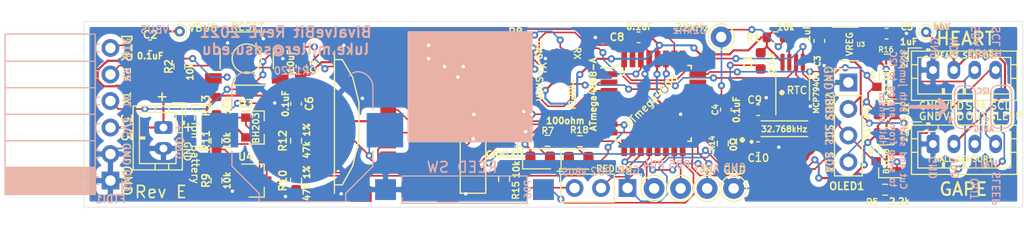
<source format=kicad_pcb>
(kicad_pcb (version 20211014) (generator pcbnew)
  (title_block (title "BivalveBit") (rev "E"))
  (layers (0 "F.Cu" signal) (31 "B.Cu" signal) (34 "B.Paste" user) (35 "F.Paste" user) (36 "B.SilkS" user "B.Silkscreen") (37 "F.SilkS" user "F.Silkscreen") (38 "B.Mask" user) (39 "F.Mask" user) (44 "Edge.Cuts" user))
  (net 0 "")
  (net 1 "GND")
  (net 2 "VBUS")
  (net 3 "/DTR")
  (net 4 "VDD")
  (net 5 "Net-(Crystal_32.768kHz1-Pad3)")
  (net 6 "Net-(Crystal_32.768kHz1-Pad2)")
  (net 7 "Net-(D1-Pad2)")
  (net 8 "/TO_FTDI_RX")
  (net 9 "/TO_FTDI_TX")
  (net 10 "/HALL_SLEEP")
  (net 11 "/HALL_OUT")
  (net 12 "/SCL1")
  (net 13 "/SDA1")
  (net 14 "/PD4")
  (net 15 "/PD5")
  (net 16 "Net-(J6-Pad3)")
  (net 17 "/PD2")
  (net 18 "/AREF")
  (net 19 "/RSV1")
  (net 20 "/MISO")
  (net 21 "/SCK")
  (net 22 "/MOSI")
  (net 23 "/CS")
  (net 24 "/RSV2")
  (net 25 "/SDA")
  (net 26 "/SCL")
  (net 27 "Net-(PROGRAM_HEADER1-Pad3)")
  (net 28 "/UPDI")
  (net 29 "Net-(Q3-Pad3)")
  (net 30 "Net-(Q3-Pad1)")
  (net 31 "/32kHz")
  (net 32 "+BATT")
  (net 33 "/BATT_MON_EN")
  (net 34 "/BATT_MONITOR")
  (net 35 "Net-(R11-Pad1)")
  (net 36 "Net-(RESET1-Pad4)")
  (net 37 "/PD6")
  (net 38 "Net-(U2-Pad25)")
  (net 39 "/VREG_EN")
  (net 40 "Net-(U2-Pad21)")
  (net 41 "Net-(U2-Pad13)")
  (net 42 "Net-(U3-Pad4)")
  (net 43 "/TO_RESET")
  (net 44 "Net-(C9-Pad2)")
  (net 45 "Net-(C10-Pad1)")
  (net 46 "Net-(U2-Pad23)")
  (net 47 "Net-(U2-Pad22)")
  (net 48 "Net-(D2-Pad2)")
  (net 49 "/GRNLED")
  (net 50 "/REDLED")
  (net 51 "/HALL_SLEEP_SCL")
  (net 52 "/HALL_OUT_SDA")
  (footprint "Capacitor_SMD:C_0603_1608Metric" (layer "F.Cu") (at 177.2031 121.8184)
    (fp_text reference "C5")
    (fp_text value "1uF")
  )
  (footprint "Capacitor_SMD:C_0603_1608Metric" (layer "F.Cu") (at 153.4541 122.174 180)
    (fp_text reference "C8")
    (fp_text value "0.1uF")
  )
  (footprint "Resistor_SMD:R_0603_1608Metric" (layer "F.Cu") (at 177.2031 124.3076)
    (fp_text reference "R16")
    (fp_text value "2.2k")
  )
  (footprint "Resistor_SMD:R_0603_1608Metric" (layer "F.Cu") (at 177.1904 131.3434)
    (fp_text reference "R17")
    (fp_text value "2.2k")
  )
  (footprint "Capacitor_SMD:C_0603_1608Metric" (layer "F.Cu") (at 165.1508 124.4219 -90)
    (fp_text reference "C1")
    (fp_text value "0.1uF")
  )
  (footprint "Capacitor_SMD:C_0603_1608Metric" (layer "F.Cu") (at 106.68 122.936)
    (fp_text reference "C2")
    (fp_text value "0.1uF")
  )
  (footprint "Capacitor_SMD:C_0603_1608Metric" (layer "F.Cu") (at 170.7642 122.5169 -90)
    (fp_text reference "C3")
    (fp_text value "1uF")
  )
  (footprint "Capacitor_SMD:C_0603_1608Metric" (layer "F.Cu") (at 161.8107 129.0955 90)
    (fp_text reference "C4")
    (fp_text value "0.1uF")
  )
  (footprint "Capacitor_SMD:C_0603_1608Metric" (layer "F.Cu") (at 120.65 128.524 -90)
    (fp_text reference "C6")
    (fp_text value "0.1uF")
  )
  (footprint "Capacitor_SMD:C_0603_1608Metric" (layer "F.Cu") (at 121.158 124.968 90)
    (fp_text reference "C7")
    (fp_text value "10uF")
  )
  (footprint "Crystal_Seiko_SSPT:OSC_SSP-T7-F" (layer "F.Cu") (at 167.4241 130.9243 90)
    (fp_text reference "Crystal_32.768kHz1")
    (fp_text value "SSP-T7-F")
  )
  (footprint "LED_SMD:LED_0805_2012Metric" (layer "F.Cu") (at 144.0307 133.8072)
    (fp_text reference "D1")
    (fp_text value "GRNLED")
  )
  (footprint "Connector_JST:JST_PH_B4B-PH-K_1x04_P2.00mm_Vertical" (layer "F.Cu") (at 181.6481 132.3848)
    (fp_text reference "HALL_SENSOR1")
    (fp_text value "Conn_01x04_Male")
  )
  (footprint "Connector_Pin:Pin_D1.0mm_L10.0mm" (layer "F.Cu") (at 154.94 136.6393)
    (fp_text reference "J4")
    (fp_text value "Conn_01x01_Male")
  )
  (footprint "Connector_Pin:Pin_D1.0mm_L10.0mm" (layer "F.Cu") (at 157.48 136.6393)
    (fp_text reference "J5")
    (fp_text value "Conn_01x01_Male")
  )
  (footprint "Connector_PinHeader_2.54mm:PinHeader_1x03_P2.54mm_Vertical" (layer "F.Cu") (at 152.4 136.6012 -90)
    (fp_text reference "J6")
    (fp_text value "Conn_01x03_Male")
  )
  (footprint "Connector_Pin:Pin_D1.0mm_L10.0mm" (layer "F.Cu") (at 160.02 136.6393)
    (fp_text reference "J7")
    (fp_text value "Conn_01x01_Male")
  )
  (footprint "MOLEX_microSD_47219-2001:MOLEX_47219-2001" (layer "F.Cu") (at 131.572 130.302 -90)
    (fp_text reference "microSD1")
    (fp_text value "47219-2001")
  )
  (footprint "Connector_PinHeader_2.54mm:PinHeader_1x04_P2.54mm_Vertical" (layer "F.Cu") (at 173.5455 126.492)
    (fp_text reference "OLED1")
    (fp_text value "Conn_01x04")
  )
  (footprint "Connector_JST:JST_PH_B2B-PH-K_1x02_P2.00mm_Vertical" (layer "F.Cu") (at 107.95 130.81 -90)
    (fp_text reference "PRIMARY_BATTERY1")
    (fp_text value "Conn_01x02")
  )
  (footprint "Connector:Tag-Connect_TC2030-IDC-NL_2x03_P1.27mm_Vertical" (layer "F.Cu") (at 145.923 124.968 90)
    (fp_text reference "PROGRAM_HEADER1")
    (fp_text value "TC2030-IDC-NL-UPDI")
  )
  (footprint "Package_TO_SOT_SMD:SOT-23" (layer "F.Cu") (at 177.2793 126.9111 180)
    (fp_text reference "Q1")
    (fp_text value "BSS138")
  )
  (footprint "Package_TO_SOT_SMD:SOT-23" (layer "F.Cu") (at 177.2031 134.0358 180)
    (fp_text reference "Q2")
    (fp_text value "BSS138")
  )
  (footprint "Package_TO_SOT_SMD:SOT-23" (layer "F.Cu") (at 116.84 130.81)
    (fp_text reference "Q3")
    (fp_text value "P-FET" hide)
  )
  (footprint "Resistor_SMD:R_0603_1608Metric" (layer "F.Cu") (at 166.561 122.174)
    (fp_text reference "R1")
    (fp_text value "10k")
  )
  (footprint "Resistor_SMD:R_0603_1608Metric" (layer "F.Cu") (at 109.474 124.968 90)
    (fp_text reference "R2")
    (fp_text value "10k")
  )
  (footprint "Resistor_SMD:R_0603_1608Metric" (layer "F.Cu") (at 141.7066 128.0033)
    (fp_text reference "R3")
    (fp_text value "100k")
  )
  (footprint "Resistor_SMD:R_0603_1608Metric" (layer "F.Cu") (at 177.2031 129.5527 180)
    (fp_text reference "R4")
    (fp_text value "2.2k")
  )
  (footprint "Resistor_SMD:R_0603_1608Metric" (layer "F.Cu") (at 177.0634 136.7663 180)
    (fp_text reference "R5")
    (fp_text value "2.2k")
  )
  (footprint "Resistor_SMD:R_0603_1608Metric" (layer "F.Cu") (at 141.669 125.222 180)
    (fp_text reference "R6")
    (fp_text value "100k")
  )
  (footprint "Resistor_SMD:R_0603_1608Metric" (layer "F.Cu") (at 144.7292 132.08 180)
    (fp_text reference "R7")
    (fp_text value "100ohm")
  )
  (footprint "Resistor_SMD:R_0603_1608Metric" (layer "F.Cu") (at 141.669 122.936 180)
    (fp_text reference "R8")
    (fp_text value "100k")
  )
  (footprint "Resistor_SMD:R_0603_1608Metric" (layer "F.Cu") (at 113.03 135.89 90)
    (fp_text reference "R9")
    (fp_text value "10k")
  )
  (footprint "Resistor_SMD:R_0603_1608Metric" (layer "F.Cu") (at 120.65 135.89 90)
    (fp_text reference "R10")
    (fp_text value "47k 1%")
  )
  (footprint "Resistor_SMD:R_0603_1608Metric" (layer "F.Cu") (at 113.03 132.08 90)
    (fp_text reference "R11")
    (fp_text value "10k")
  )
  (footprint "Resistor_SMD:R_0603_1608Metric" (layer "F.Cu") (at 120.65 132.08 90)
    (fp_text reference "R12")
    (fp_text value "47k 1%")
  )
  (footprint "Resistor_SMD:R_0603_1608Metric" (layer "F.Cu") (at 113.03 128.715 90)
    (fp_text reference "R13")
    (fp_text value "10k")
  )
  (footprint "Resistor_SMD:R_0603_1608Metric" (layer "F.Cu") (at 161.5186 132.334 -90)
    (fp_text reference "R14")
    (fp_text value "0Ω")
  )
  (footprint "Resistor_SMD:R_0603_1608Metric" (layer "F.Cu") (at 140.5763 135.7503 -90)
    (fp_text reference "R15")
    (fp_text value "10k")
  )
  (footprint "Switch_CK_PTS525SM15SMTR2:SW_PTS525SM15SMTR2LFS" (layer "F.Cu") (at 115.926 124.206)
    (fp_text reference "RESET1" hide)
    (fp_text value "PTS525SM15SMTR2LFS")
  )
  (footprint "Package_QFP:TQFP-32_7x7mm_P0.8mm" (layer "F.Cu") (at 154.872 128.492)
    (fp_text reference "U2")
    (fp_text value "ATmega4808-A")
  )
  (footprint "Package_TO_SOT_SMD:SOT-23-5" (layer "F.Cu") (at 173.5963 122.809)
    (fp_text reference "U3")
    (fp_text value "LP5907MFX-3.0" hide)
  )
  (footprint "Package_TO_SOT_SMD:SOT-23" (layer "F.Cu") (at 116.84 135.89)
    (fp_text reference "U4")
    (fp_text value "BJT_NPN" hide)
  )
  (footprint "Connector_Pin:Pin_D1.0mm_L10.0mm" (layer "F.Cu") (at 162.56 136.6393)
    (fp_text reference "J8")
    (fp_text value "Conn_01x01_Male")
  )
  (footprint "Capacitor_SMD:C_0603_1608Metric" (layer "F.Cu") (at 164.9095 129.1463 180)
    (fp_text reference "C9")
    (fp_text value "4-16pF")
  )
  (footprint "Capacitor_SMD:C_0603_1608Metric" (layer "F.Cu") (at 164.8968 132.6896)
    (fp_text reference "C10")
    (fp_text value "4-16pF")
  )
  (footprint "Package_SO:MSOP-8_3x3mm_P0.65mm" (layer "F.Cu") (at 168.2115 126.6698 90)
    (fp_text reference "RTC1")
    (fp_text value "MCP79400")
  )
  (footprint "Connector_Pin:Pin_D1.0mm_L10.0mm" (layer "F.Cu") (at 161.3662 122.1359)
    (fp_text reference "J2" hide)
    (fp_text value "Conn_01x01_Male")
  )
  (footprint "LED_SMD:LED_0805_2012Metric" (layer "F.Cu") (at 147.7137 133.8326)
    (fp_text reference "D2")
    (fp_text value "REDLED")
  )
  (footprint "Resistor_SMD:R_0603_1608Metric" (layer "F.Cu") (at 147.828 132.1181 180)
    (fp_text reference "R18")
    (fp_text value "100ohm")
  )
  (footprint "Connector_JST:JST_PH_B4B-PH-K_1x04_P2.00mm_Vertical" (layer "F.Cu") (at 181.6481 125.2982)
    (fp_text reference "HEART_SENSOR1")
    (fp_text value "Conn_01x04_Male")
  )
  (footprint "TestPoint:TestPoint_THTPad_D1.0mm_Drill0.5mm" (layer "F.Cu") (at 109.4994 121.6025)
    (fp_text reference "TP1" hide)
    (fp_text value "TestPoint_Probe")
  )
  (footprint "TestPoint:TestPoint_THTPad_D1.0mm_Drill0.5mm" (layer "F.Cu") (at 180.9877 121.666)
    (fp_text reference "TP2" hide)
    (fp_text value "TestPoint_Probe")
  )
  (footprint "Button_Switch_SMD:SW_SPST_REED_CT10-XXXX-G1" (layer "B.Cu") (at 136.779 136.7536)
    (fp_text reference "SW2" hide)
    (fp_text value "SW_Reed")
  )
  (footprint "Connector_PinSocket_2.54mm:PinSocket_1x06_P2.54mm_Horizontal" (layer "B.Cu") (at 102.87 135.89)
    (fp_text reference "FTDI1")
    (fp_text value "Conn_01x06")
  )
  (footprint "Battery:BatteryHolder_Keystone_3000_1x12mm" (layer "B.Cu") (at 121.2596 131.064)
    (fp_text reference "RTC_BATT1" hide)
    (fp_text value "Battery_Cell")
  )
  (footprint "Jumper:SolderJumper-3_P1.3mm_Bridged12_RoundedPad1.0x1.5mm" (layer "B.Cu") (at 188.1886 128.8161 90)
    (fp_text reference "JP1" hide)
    (fp_text value "SolderJumper_3_Bridged12")
  )
  (footprint "Jumper:SolderJumper-3_P1.3mm_Bridged12_RoundedPad1.0x1.5mm" (layer "B.Cu") (at 184.7215 128.8669 90)
    (fp_text reference "JP2" hide)
    (fp_text value "SolderJumper_3_Bridged12")
  )
  (gr_line (start 182.9054 128.8288) (end 182.9435 128.8669) (layer "B.SilkS") (width 0.127))
  (gr_line (start 179.5272 128.8288) (end 182.9054 128.8288) (layer "B.SilkS") (width 0.381))
  (gr_line (start 182.9435 128.8669) (end 182.2323 129.5781) (layer "B.SilkS") (width 0.381))
  (gr_poly (pts (xy 143.2687 132.1816) (xy 131.3688 132.1816) (xy 131.3688 121.6279) (xy 143.2687 121.6279)) (layer "B.SilkS") (width 0.1) (fill solid))
  (gr_line (start 182.9435 128.8669) (end 182.245 128.1684) (layer "B.SilkS") (width 0.381))
  (gr_line (start 100.33 120.65) (end 100.33 138.43) (layer "Edge.Cuts") (width 0.05))
  (gr_line (start 100.33 120.65) (end 190.246 120.65) (layer "Edge.Cuts") (width 0.05))
  (gr_line (start 100.33 138.43) (end 190.246 138.43) (layer "Edge.Cuts") (width 0.05))
  (gr_line (start 190.246 138.43) (end 190.246 120.65) (layer "Edge.Cuts") (width 0.05))
  (gr_text "PD2" (at 149.8727 135.0137) (layer "B.SilkS") (effects (font (size 0.7112 0.7112) (thickness 0.127)) (justify mirror)))
  (gr_text "VBUS" (at 147.3073 135.0518) (layer "B.SilkS") (effects (font (size 0.6096 0.6096) (thickness 0.127)) (justify mirror)))
  (gr_text "GND" (at 152.5016 134.9121) (layer "B.SilkS") (effects (font (size 0.7112 0.7112) (thickness 0.127)) (justify mirror)))
  (gr_text "AREF" (at 159.8803 134.7216) (layer "B.SilkS") (effects (font (size 0.7112 0.7112) (thickness 0.127)) (justify mirror)))
  (gr_text "PD5" (at 157.3657 134.366) (layer "B.SilkS") (effects (font (size 0.7112 0.7112) (thickness 0.127)) (justify mirror)))
  (gr_text "PD4" (at 154.9019 134.3914) (layer "B.SilkS") (effects (font (size 0.7112 0.7112) (thickness 0.127)) (justify mirror)))
  (gr_text "DTR" (at 104.394 123.19 270) (layer "B.SilkS") (effects (font (size 0.7112 0.7112) (thickness 0.127)) (justify mirror)))
  (gr_text "3V3" (at 104.394 130.81 270) (layer "B.SilkS") (effects (font (size 0.7112 0.7112) (thickness 0.127)) (justify mirror)))
  (gr_text "GND" (at 104.394 133.35 270) (layer "B.SilkS") (effects (font (size 0.7112 0.7112) (thickness 0.127)) (justify mirror)))
  (gr_text "TX" (at 104.394 128.27 270) (layer "B.SilkS") (effects (font (size 0.7112 0.7112) (thickness 0.127)) (justify mirror)))
  (gr_text "RX" (at 104.394 125.73 270) (layer "B.SilkS") (effects (font (size 0.7112 0.7112) (thickness 0.127)) (justify mirror)))
  (gr_text "+" (at 109.4359 130.8862 180) (layer "B.SilkS") (effects (font (size 0.7112 0.7112) (thickness 0.127)) (justify mirror)))
  (gr_text "GND" (at 109.5121 132.7658 270) (layer "B.SilkS") (effects (font (size 0.7112 0.7112) (thickness 0.127)) (justify mirror)))
  (gr_text "GND" (at 171.6278 126.0602 270) (layer "B.SilkS") (effects (font (size 0.762 0.762) (thickness 0.127)) (justify mirror)))
  (gr_text "VBUS" (at 171.704 128.778 270) (layer "B.SilkS") (effects (font (size 0.7112 0.7112) (thickness 0.127)) (justify mirror)))
  (gr_text "SCL" (at 171.6786 131.4831 270) (layer "B.SilkS") (effects (font (size 0.7112 0.7112) (thickness 0.127)) (justify mirror)))
  (gr_text "SDA" (at 171.7294 134.1628 270) (layer "B.SilkS") (effects (font (size 0.7112 0.7112) (thickness 0.127)) (justify mirror)))
  (gr_text "SDA" (at 185.7375 122.0343 90) (layer "B.SilkS") (effects (font (size 0.7112 0.7112) (thickness 0.127)) (justify mirror)))
  (gr_text "GND" (at 181.6735 134.6454 90) (layer "B.SilkS") (effects (font (size 0.7112 0.7112) (thickness 0.127)) (justify mirror)))
  (gr_text "OUT" (at 185.6359 136.6647 90) (layer "B.SilkS") (effects (font (size 0.7112 0.7112) (thickness 0.127)) (justify mirror)))
  (gr_text "VDD" (at 183.769 134.6962 90) (layer "B.SilkS") (effects (font (size 0.7112 0.7112) (thickness 0.127)) (justify mirror)))
  (gr_text "VDD" (at 183.6674 123.2662 90) (layer "B.SilkS") (effects (font (size 0.7112 0.7112) (thickness 0.127)) (justify mirror)))
  (gr_text "SLEEP" (at 187.7314 136.6647 90) (layer "B.SilkS") (effects (font (size 0.7112 0.7112) (thickness 0.127)) (justify mirror)))
  (gr_text "GND" (at 181.8259 123.2408 90) (layer "B.SilkS") (effects (font (size 0.7112 0.7112) (thickness 0.127)) (justify mirror)))
  (gr_text "HEART" (at 186.6519 123.7488) (layer "B.SilkS") (effects (font (size 0.7112 0.7112) (thickness 0.127)) (justify mirror)))
  (gr_text "SCL" (at 187.7187 122.0851 90) (layer "B.SilkS") (effects (font (size 0.7112 0.7112) (thickness 0.127)) (justify mirror)))
  (gr_text "HALL" (at 186.6011 134.3279) (layer "B.SilkS") (effects (font (size 0.7112 0.7112) (thickness 0.127)) (justify mirror)))
  (gr_text "I2C" (at 186.4487 127.3048) (layer "B.SilkS") (effects (font (size 0.508 0.508) (thickness 0.127)) (justify mirror)))
  (gr_text "GND" (at 104.4194 135.8773 270) (layer "B.SilkS") (effects (font (size 0.7112 0.7112) (thickness 0.127)) (justify mirror)))
  (gr_text "VBUS" (at 107.0991 121.4374) (layer "B.SilkS") (effects (font (size 0.7112 0.7112) (thickness 0.127)) (justify mirror)))
  (gr_text "32kHz" (at 158.3436 121.4628) (layer "B.SilkS") (effects (font (size 0.7112 0.7112) (thickness 0.127)) (justify mirror)))
  (gr_text "Vdd" (at 182.4863 121.158) (layer "B.SilkS") (effects (font (size 0.6096 0.6096) (thickness 0.127)) (justify mirror)))
  (gr_text "GND" (at 162.6743 134.6454) (layer "B.SilkS") (effects (font (size 0.7112 0.7112) (thickness 0.127)) (justify mirror)))
  (gr_text "PD6" (at 142.8496 136.7282 90) (layer "B.SilkS") (effects (font (size 0.6096 0.6096) (thickness 0.127)) (justify mirror)))
  (gr_text "Cut and solder both jumpers\nto swap from analog to I2C\nHall sensor" (at 177.8254 130.0099 -90) (layer "B.SilkS") (effects (font (size 0.6096 0.6096) (thickness 0.127)) (justify mirror)))
  (gr_text "ANLG" (at 186.4995 130.9624) (layer "B.SilkS") (effects (font (size 0.508 0.508) (thickness 0.127)) (justify mirror)))
  (gr_text "BivalveBit RevE 2021\nluke.miller@sdsu.edu" (at 119.6467 122.4915) (layer "B.SilkS") (effects (font (size 1.016 1.016) (thickness 0.2032)) (justify mirror)))
  (gr_text "REED SW" (at 136.5504 134.6073) (layer "B.SilkS") (effects (font (size 1.016 1.016) (thickness 0.1524)) (justify mirror)))
  (gr_text "CR1220" (at 120.5865 125.3744) (layer "B.SilkS") (effects (font (size 0.7112 0.7112) (thickness 0.127)) (justify mirror)))
  (gr_text "VDD" (at 183.642 129.7305) (layer "F.SilkS") (effects (font (size 0.7112 0.7112) (thickness 0.127))))
  (gr_text "SCL" (at 188.087 128.7272) (layer "F.SilkS") (effects (font (size 0.7112 0.7112) (thickness 0.127))))
  (gr_text "GND" (at 181.3687 128.7272) (layer "F.SilkS") (effects (font (size 0.7112 0.7112) (thickness 0.127))))
  (gr_text "OUT" (at 185.7756 129.7178) (layer "F.SilkS") (effects (font (size 0.7112 0.7112) (thickness 0.127))))
  (gr_text "VDD" (at 183.6166 128.7526) (layer "F.SilkS") (effects (font (size 0.7112 0.7112) (thickness 0.127))))
  (gr_text "SDA" (at 185.7502 128.7399) (layer "F.SilkS") (effects (font (size 0.7112 0.7112) (thickness 0.127))))
  (gr_text "+" (at 145.8976 134.9502) (layer "F.SilkS") (effects (font (size 0.7112 0.7112) (thickness 0.127))))
  (gr_text "+" (at 107.823 127.8001) (layer "F.SilkS") (effects (font (size 0.9652 0.9652) (thickness 0.1524))))
  (gr_text "AREF" (at 160.1089 134.8867) (layer "F.SilkS") (effects (font (size 0.508 0.508) (thickness 0.127))))
  (gr_text "." (at 167.1828 126.8476) (layer "F.SilkS") (effects (font (size 1.524 1.524) (thickness 0.381))))
  (gr_text "GND" (at 110.236 133.096 -90) (layer "F.SilkS") (effects (font (size 0.6096 0.6096) (thickness 0.127))))
  (gr_text "ATmega4808" (at 154.686 128.27 45) (layer "F.SilkS") (effects (font (size 0.7112 0.7112) (thickness 0.127))))
  (gr_text "BH203" (at 116.8146 130.8608 90) (layer "F.SilkS") (effects (font (size 0.6096 0.6096) (thickness 0.127))))
  (gr_text "32kHz" (at 158.5849 121.2215) (layer "F.SilkS") (effects (font (size 0.7112 0.7112) (thickness 0.127))))
  (gr_text "TX" (at 144.2847 125.1331 90) (layer "F.SilkS") (effects (font (size 0.7112 0.7112) (thickness 0.127))))
  (gr_text "VREG" (at 173.6598 122.8217 90) (layer "F.SilkS") (effects (font (size 0.6096 0.6096) (thickness 0.127))))
  (gr_text "32.768kHz" (at 167.3987 130.9624) (layer "F.SilkS") (effects (font (size 0.5588 0.5588) (thickness 0.127))))
  (gr_text "RX" (at 104.394 125.73 270) (layer "F.SilkS") (effects (font (size 0.7112 0.7112) (thickness 0.127))))
  (gr_text "VBUS" (at 143.9926 127.0889 90) (layer "F.SilkS") (effects (font (size 0.6096 0.6096) (thickness 0.127))))
  (gr_text "o" (at 151.892 125.476) (layer "F.SilkS") (effects (font (size 0.7112 0.7112) (thickness 0.127))))
  (gr_text "GND" (at 104.394 133.35 270) (layer "F.SilkS") (effects (font (size 0.7112 0.7112) (thickness 0.127))))
  (gr_text "GND" (at 104.394 135.89 -90) (layer "F.SilkS") (effects (font (size 0.9652 0.9652) (thickness 0.1524))))
  (gr_text "MCP79400" (at 170.4721 127.4699 90) (layer "F.SilkS") (effects (font (size 0.508 0.508) (thickness 0.127))))
  (gr_text "Li-Ion Battery" (at 110.998 132.334 270) (layer "F.SilkS") (effects (font (size 0.7112 0.7112) (thickness 0.127))))
  (gr_text "UPDI" (at 147.066 128.016 -90) (layer "F.SilkS") (effects (font (size 0.6096 0.6096) (thickness 0.127))))
  (gr_text "GND" (at 171.6024 126.0729 270) (layer "F.SilkS") (effects (font (size 0.762 0.762) (thickness 0.127))))
  (gr_text "GND" (at 143.9418 123.3932 90) (layer "F.SilkS") (effects (font (size 0.6096 0.6096) (thickness 0.127))))
  (gr_text "VBUS" (at 171.704 128.7526 270) (layer "F.SilkS") (effects (font (size 0.7112 0.7112) (thickness 0.127))))
  (gr_text "VBUS" (at 111.7473 121.2596) (layer "F.SilkS") (effects (font (size 0.7112 0.7112) (thickness 0.127))))
  (gr_text "SCL" (at 171.704 131.4831 270) (layer "F.SilkS") (effects (font (size 0.7112 0.7112) (thickness 0.127))))
  (gr_text "BS138" (at 177.165 134.0358 90) (layer "F.SilkS") (effects (font (size 0.508 0.508) (thickness 0.1143))))
  (gr_text "+" (at 141.8717 132.5499) (layer "F.SilkS") (effects (font (size 0.7112 0.7112) (thickness 0.127))))
  (gr_text "3V3" (at 104.394 130.81 -90) (layer "F.SilkS") (effects (font (size 0.9652 0.9652) (thickness 0.1524))))
  (gr_text "Vdd" (at 182.4355 121.1199) (layer "F.SilkS") (effects (font (size 0.6096 0.6096) (thickness 0.127))))
  (gr_text "GND" (at 162.6489 134.8867) (layer "F.SilkS") (effects (font (size 0.7112 0.7112) (thickness 0.127))))
  (gr_text "DTR" (at 104.394 123.19 -90) (layer "F.SilkS") (effects (font (size 0.9652 0.9652) (thickness 0.1524))))
  (gr_text "SLEEP" (at 188.6204 129.7178) (layer "F.SilkS") (effects (font (size 0.7112 0.7112) (thickness 0.127))))
  (gr_text "SDA" (at 171.6913 134.112 270) (layer "F.SilkS") (effects (font (size 0.7112 0.7112) (thickness 0.127))))
  (gr_text "GND" (at 181.3941 129.7305) (layer "F.SilkS") (effects (font (size 0.7112 0.7112) (thickness 0.127))))
  (gr_text "TX" (at 104.394 128.016 270) (layer "F.SilkS") (effects (font (size 0.7112 0.7112) (thickness 0.127))))
  (gr_text "GAPE" (at 184.5564 136.7155) (layer "F.SilkS") (effects (font (size 1.2192 1.2192) (thickness 0.2032))))
  (gr_text "HEART" (at 184.7596 122.301) (layer "F.SilkS") (effects (font (size 1.2192 1.2192) (thickness 0.2032))))
  (gr_text "Rev E" (at 107.696 136.9822) (layer "F.SilkS") (effects (font (size 1.1684 1.1684) (thickness 0.1524))))
  (gr_text "+" (at 110.3122 130.7084) (layer "F.SilkS") (effects (font (size 0.9652 0.9652) (thickness 0.1524))))
  (gr_text "." (at 163.3855 131.3815) (layer "F.SilkS") (effects (font (size 1.524 1.524) (thickness 0.381))))
  (gr_text "RESET" (at 116.0018 121.1707) (layer "F.SilkS") (effects (font (size 0.7112 0.7112) (thickness 0.127))))
  (gr_text "RX" (at 147.574 123.698 -90) (layer "F.SilkS") (effects (font (size 0.6096 0.6096) (thickness 0.127))))
  (gr_text "RTC" (at 168.6179 127.2413) (layer "F.SilkS") (effects (font (size 0.7112 0.7112) (thickness 0.127))))
  (segment (start 129.472 128.002) (end 127.014 128.002) (width 0.1524) (layer "F.Cu") (net 1))
  (segment (start 165.1508 125.121301) (end 164.871889 124.84239) (width 0.1524) (layer "F.Cu") (net 1))
  (segment (start 154.472 123.555518) (end 153.090482 122.174) (width 0.1524) (layer "F.Cu") (net 1))
  (segment (start 153.090482 122.174) (end 152.6791 122.174) (width 0.1524) (layer "F.Cu") (net 1))
  (segment (start 117.5181 122.306) (end 117.5131 122.301) (width 0.1524) (layer "F.Cu") (net 1))
  (segment (start 169.8963 128.7823) (end 169.9006 128.778) (width 0.1524) (layer "F.Cu") (net 1))
  (segment (start 171.2214 123.7491) (end 170.7642 123.2919) (width 0.1524) (layer "F.Cu") (net 1))
  (segment (start 179.0827 121.8184) (end 179.1081 121.793) (width 0.1524) (layer "F.Cu") (net 1))
  (segment (start 126.872 123.427) (end 125.713 123.427) (width 0.1524) (layer "F.Cu") (net 1))
  (segment (start 115.84 136.84) (end 114.62 136.84) (width 0.1524) (layer "F.Cu") (net 1))
  (segment (start 154.472 124.242) (end 154.472 125.2709) (width 0.1524) (layer "F.Cu") (net 1))
  (segment (start 133.841 123.427) (end 133.35 122.936) (width 0.1524) (layer "F.Cu") (net 1))
  (segment (start 112.726 122.306) (end 113.6954 122.306) (width 0.1524) (layer "F.Cu") (net 1))
  (segment (start 125.713 123.427) (end 125.222 122.936) (width 0.1524) (layer "F.Cu") (net 1))
  (segment (start 145.288 123.698) (end 145.032417 123.698) (width 0.1524) (layer "F.Cu") (net 1))
  (segment (start 171.2849 124.8664) (end 171.2214 124.8664) (width 0.1524) (layer "F.Cu") (net 1))
  (segment (start 113.6954 122.306) (end 114.0968 122.7074) (width 0.1524) (layer "F.Cu") (net 1))
  (segment (start 113.03 136.715) (end 114.363 136.715) (width 0.1524) (layer "F.Cu") (net 1))
  (segment (start 164.871889 124.84239) (end 162.230366 124.84239) (width 0.1524) (layer "F.Cu") (net 1))
  (segment (start 154.472 124.242) (end 154.472 123.555518) (width 0.1524) (layer "F.Cu") (net 1))
  (segment (start 119.393 124.193) (end 119.38 124.206) (width 0.1524) (layer "F.Cu") (net 1))
  (segment (start 177.9781 121.8184) (end 179.0827 121.8184) (width 0.1524) (layer "F.Cu") (net 1))
  (segment (start 119.4438 129.299) (end 118.6053 128.4605) (width 0.1524) (layer "F.Cu") (net 1))
  (segment (start 126.872 137.177) (end 124.985 137.177) (width 0.1524) (layer "F.Cu") (net 1))
  (segment (start 154.472 125.2709) (end 154.0637 125.6792) (width 0.1524) (layer "F.Cu") (net 1))
  (segment (start 165.6845 129.1463) (end 165.6845 127.9655) (width 0.1524) (layer "F.Cu") (net 1))
  (segment (start 145.032417 123.698) (end 144.527583 124.202834) (width 0.1524) (layer "F.Cu") (net 1))
  (segment (start 152.6791 122.174) (end 149.3266 122.174) (width 0.1524) (layer "F.Cu") (net 1))
  (segment (start 157.632 129.692) (end 157.48 129.54) (width 0.1524) (layer "F.Cu") (net 1))
  (segment (start 170.7642 123.2919) (end 171.2471 122.809) (width 0.1524) (layer "F.Cu") (net 1))
  (segment (start 135.172 123.427) (end 133.841 123.427) (width 0.1524) (layer "F.Cu") (net 1))
  (segment (start 171.2214 124.8664) (end 171.2214 123.7491) (width 0.1524) (layer "F.Cu") (net 1))
  (segment (start 169.1865 128.7823) (end 169.8963 128.7823) (width 0.1524) (layer "F.Cu") (net 1))
  (segment (start 119.126 122.306) (end 117.5181 122.306) (width 0.1524) (layer "F.Cu") (net 1))
  (segment (start 114.62 136.84) (end 114.554 136.906) (width 0.1524) (layer "F.Cu") (net 1))
  (segment (start 165.6718 132.6896) (end 166.878 132.6896) (width 0.1524) (layer "F.Cu") (net 1))
  (segment (start 160.4392 129.692) (end 159.122 129.692) (width 0.1524) (layer "F.Cu") (net 1))
  (segment (start 120.65 136.715) (end 120.333 136.715) (width 0.1524) (layer "F.Cu") (net 1))
  (segment (start 136.889 137.177) (end 136.906 137.16) (width 0.1524) (layer "F.Cu") (net 1))
  (segment (start 124.985 137.177) (end 124.968 137.16) (width 0.1524) (layer "F.Cu") (net 1))
  (segment (start 135.172 137.177) (end 136.889 137.177) (width 0.1524) (layer "F.Cu") (net 1))
  (segment (start 121.158 124.193) (end 119.393 124.193) (width 0.1524) (layer "F.Cu") (net 1))
  (segment (start 149.3266 122.174) (end 149.3139 122.1867) (width 0.1524) (layer "F.Cu") (net 1))
  (segment (start 171.2471 122.809) (end 172.4963 122.809) (width 0.1524) (layer "F.Cu") (net 1))
  (segment (start 165.6845 127.9655) (end 165.6715 127.9525) (width 0.1524) (layer "F.Cu") (net 1))
  (segment (start 127.014 128.002) (end 127 128.016) (width 0.1524) (layer "F.Cu") (net 1))
  (segment (start 120.333 136.715) (end 119.634 137.414) (width 0.1524) (layer "F.Cu") (net 1))
  (segment (start 159.122 129.692) (end 157.632 129.692) (width 0.1524) (layer "F.Cu") (net 1))
  (segment (start 114.363 136.715) (end 114.554 136.906) (width 0.1524) (layer "F.Cu") (net 1))
  (segment (start 120.65 129.299) (end 119.4438 129.299) (width 0.1524) (layer "F.Cu") (net 1))
  (segment (start 161.8107 128.3205) (end 160.4392 129.692) (width 0.1524) (layer "F.Cu") (net 1))
  (via (at 124.968 137.16) (size 0.6858) (drill 0.3302) (layers "F.Cu" "B.Cu") (net 1))
  (via (at 127 128.016) (size 0.6858) (drill 0.3302) (layers "F.Cu" "B.Cu") (net 1))
  (via (at 133.35 122.936) (size 0.6858) (drill 0.3302) (layers "F.Cu" "B.Cu") (net 1))
  (via (at 118.6053 128.4605) (size 0.6858) (drill 0.3302) (layers "F.Cu" "B.Cu") (net 1))
  (via (at 169.9006 128.778) (size 0.6858) (drill 0.3302) (layers "F.Cu" "B.Cu") (net 1))
  (via (at 119.634 137.414) (size 0.6858) (drill 0.3302) (layers "F.Cu" "B.Cu") (net 1))
  (via (at 125.222 122.936) (size 0.6858) (drill 0.3302) (layers "F.Cu" "B.Cu") (net 1))
  (via (at 117.5131 122.301) (size 0.6858) (drill 0.3302) (layers "F.Cu" "B.Cu") (net 1))
  (via (at 144.527583 124.202834) (size 0.6858) (drill 0.3302) (layers "F.Cu" "B.Cu") (net 1))
  (via (at 136.906 137.16) (size 0.6858) (drill 0.3302) (layers "F.Cu" "B.Cu") (net 1))
  (via (at 119.38 124.206) (size 0.6858) (drill 0.3302) (layers "F.Cu" "B.Cu") (net 1))
  (via (at 166.878 132.6896) (size 0.6858) (drill 0.3302) (layers "F.Cu" "B.Cu") (net 1))
  (via (at 171.2214 124.8664) (size 0.6858) (drill 0.3302) (layers "F.Cu" "B.Cu") (net 1))
  (via (at 154.0637 125.6792) (size 0.6858) (drill 0.3302) (layers "F.Cu" "B.Cu") (net 1))
  (via (at 149.3139 122.1867) (size 0.6858) (drill 0.3302) (layers "F.Cu" "B.Cu") (net 1))
  (via (at 157.48 129.54) (size 0.6858) (drill 0.3302) (layers "F.Cu" "B.Cu") (net 1))
  (via (at 179.1081 121.793) (size 0.6858) (drill 0.3302) (layers "F.Cu" "B.Cu") (net 1))
  (via (at 114.554 136.906) (size 0.6858) (drill 0.3302) (layers "F.Cu" "B.Cu") (net 1))
  (via (at 114.0968 122.7074) (size 0.6858) (drill 0.3302) (layers "F.Cu" "B.Cu") (net 1))
  (via (at 162.230366 124.84239) (size 0.6858) (drill 0.3302) (layers "F.Cu" "B.Cu") (net 1))
  (via (at 165.6715 127.9525) (size 0.6858) (drill 0.3302) (layers "F.Cu" "B.Cu") (net 1))
  (segment (start 157.48 129.54) (end 156.1084 129.54) (width 0.1524) (layer "B.Cu") (net 1))
  (segment (start 156.168601 137.229029) (end 155.529729 137.867901) (width 0.1524) (layer "B.Cu") (net 1))
  (segment (start 155.529729 137.867901) (end 153.666701 137.867901) (width 0.1524) (layer "B.Cu") (net 1))
  (segment (start 160.020862 133.68696) (end 156.36834 133.68696) (width 0.1524) (layer "B.Cu") (net 1))
  (segment (start 157.48 129.54) (end 160.439101 132.499101) (width 0.1524) (layer "B.Cu") (net 1))
  (segment (start 154.0637 127.4953) (end 154.0637 125.6792) (width 0.1524) (layer "B.Cu") (net 1))
  (segment (start 164.3126 136.6393) (end 164.3126 135.255) (width 0.1524) (layer "B.Cu") (net 1))
  (segment (start 162.230366 126.365566) (end 162.230366 124.84239) (width 0.1524) (layer "B.Cu") (net 1))
  (segment (start 163.8173 127.9525) (end 162.230366 126.365566) (width 0.1524) (layer "B.Cu") (net 1))
  (segment (start 132.08 130.556) (end 132.08 130.81) (width 0.1524) (layer "B.Cu") (net 1))
  (segment (start 107.95 132.81) (end 103.41 132.81) (width 0.1524) (layer "B.Cu") (net 1))
  (segment (start 170.827699 127.850901) (end 170.827699 125.260101) (width 0.1524) (layer "B.Cu") (net 1))
  (segment (start 160.439101 132.499101) (end 160.439101 133.268721) (width 0.1524) (layer "B.Cu") (net 1))
  (segment (start 169.9006 128.778) (end 170.827699 127.850901) (width 0.1524) (layer "B.Cu") (net 1))
  (segment (start 148.1836 122.1867) (end 147.309113 121.312213) (width 0.1524) (layer "B.Cu") (net 1))
  (segment (start 156.1084 129.54) (end 154.0637 127.4953) (width 0.1524) (layer "B.Cu") (net 1))
  (segment (start 160.439101 133.268721) (end 160.020862 133.68696) (width 0.1524) (layer "B.Cu") (net 1))
  (segment (start 107.95 132.81) (end 108.236 132.81) (width 0.1524) (layer "B.Cu") (net 1))
  (segment (start 127 128.016) (end 127 124.714) (width 0.1524) (layer "B.Cu") (net 1))
  (segment (start 162.56 136.6393) (end 164.3126 136.6393) (width 0.1524) (layer "B.Cu") (net 1))
  (segment (start 155.371801 134.683499) (end 156.168601 135.480299) (width 0.1524) (layer "B.Cu") (net 1))
  (segment (start 165.6715 127.9525) (end 163.8173 127.9525) (width 0.1524) (layer "B.Cu") (net 1))
  (segment (start 164.3126 135.255) (end 166.878 132.6896) (width 0.1524) (layer "B.Cu") (net 1))
  (segment (start 170.827699 125.260101) (end 171.2214 124.8664) (width 0.1524) (layer "B.Cu") (net 1))
  (segment (start 149.3139 122.1867) (end 148.1836 122.1867) (width 0.1524) (layer "B.Cu") (net 1))
  (segment (start 156.36834 133.68696) (end 155.371801 134.683499) (width 0.1524) (layer "B.Cu") (net 1))
  (segment (start 156.168601 135.480299) (end 156.168601 137.229029) (width 0.1524) (layer "B.Cu") (net 1))
  (segment (start 147.309113 121.312213) (end 126.845787 121.312213) (width 0.1524) (layer "B.Cu") (net 1))
  (segment (start 152.4 136.6012) (end 152.4762 136.6012) (width 0.1524) (layer "B.Cu") (net 1))
  (segment (start 132.08 130.81) (end 132.588 130.81) (width 0.1524) (layer "B.Cu") (net 1))
  (segment (start 181.6481 124.333) (end 181.6481 125.2982) (width 0.1524) (layer "B.Cu") (net 1))
  (segment (start 126.845787 121.312213) (end 125.222 122.936) (width 0.1524) (layer "B.Cu") (net 1))
  (segment (start 102.87 135.89) (end 102.87 133.35) (width 0.1524) (layer "B.Cu") (net 1))
  (segment (start 127 124.714) (end 125.222 122.936) (width 0.1524) (layer "B.Cu") (net 1))
  (segment (start 179.1081 121.793) (end 181.6481 124.333) (width 0.1524) (layer "B.Cu") (net 1))
  (segment (start 103.41 132.81) (end 102.87 133.35) (width 0.1524) (layer "B.Cu") (net 1))
  (segment (start 153.666701 137.867901) (end 152.4 136.6012) (width 0.1524) (layer "B.Cu") (net 1))
  (segment (start 140.716 128.016) (end 142.494 126.238) (width 0.2032) (layer "F.Cu") (net 2))
  (segment (start 162.1784 123.7996) (end 159.3596 123.7996) (width 0.2032) (layer "F.Cu") (net 2))
  (segment (start 165.736 122.174) (end 165.2143 122.174) (width 0.2032) (layer "F.Cu") (net 2))
  (segment (start 155.272 124.242) (end 155.272 123.555518) (width 0.2032) (layer "F.Cu") (net 2))
  (segment (start 165.736 122.174) (end 166.5107 121.3993) (width 0.2032) (layer "F.Cu") (net 2))
  (segment (start 143.0932 133.8072) (end 142.4704 134.43) (width 0.2032) (layer "F.Cu") (net 2))
  (segment (start 108.458399 126.808601) (end 103.425321 126.808601) (width 0.2032) (layer "F.Cu") (net 2))
  (segment (start 109.474 125.793) (end 109.474 126.492) (width 0.2032) (layer "F.Cu") (net 2))
  (segment (start 142.494 122.936) (end 143.103589 122.936) (width 0.2032) (layer "F.Cu") (net 2))
  (segment (start 157.586178 130.492) (end 155.2321 128.137922) (width 0.2032) (layer "F.Cu") (net 2))
  (segment (start 103.373622 126.8603) (end 102.235 126.8603) (width 0.2032) (layer "F.Cu") (net 2))
  (segment (start 140.5763 134.9253) (end 141.9751 134.9253) (width 0.2032) (layer "F.Cu") (net 2))
  (segment (start 155.2321 128.137922) (end 155.2321 127.7493) (width 0.2032) (layer "F.Cu") (net 2))
  (segment (start 170.4216 121.3993) (end 170.7642 121.7419) (width 0.2032) (layer "F.Cu") (net 2))
  (segment (start 159.122 130.492) (end 157.586178 130.492) (width 0.2032) (layer "F.Cu") (net 2))
  (segment (start 101.6508 125.315278) (end 102.340079 124.625999) (width 0.2032) (layer "F.Cu") (net 2))
  (segment (start 145.288 126.238) (end 143.51 126.238) (width 0.2032) (layer "F.Cu") (net 2))
  (segment (start 145.288 126.492) (end 144.526 127.254) (width 0.2032) (layer "F.Cu") (net 2))
  (segment (start 143.0932 133.8072) (end 143.0932 132.936666) (width 0.2032) (layer "F.Cu") (net 2))
  (segment (start 109.474 125.793) (end 108.458399 126.808601) (width 0.2032) (layer "F.Cu") (net 2))
  (segment (start 154.2291 122.174) (end 154.686 122.174) (width 0.2032) (layer "F.Cu") (net 2))
  (segment (start 112.5601 130.4163) (end 114.4963 130.4163) (width 0.2032) (layer "F.Cu") (net 2))
  (segment (start 177.2031 136.081) (end 177.8884 136.7663) (width 0.1524) (layer "F.Cu") (net 2))
  (segment (start 170.7642 121.7419) (end 172.3792 121.7419) (width 0.2032) (layer "F.Cu") (net 2))
  (segment (start 112.1156 129.9718) (end 112.5601 130.4163) (width 0.2032) (layer "F.Cu") (net 2))
  (segment (start 162.56 123.418) (end 162.1784 123.7996) (width 0.2032) (layer "F.Cu") (net 2))
  (segment (start 133.35 124.206) (end 133.007101 124.548899) (width 0.2032) (layer "F.Cu") (net 2))
  (segment (start 120.65 127.749) (end 113.171 127.749) (width 0.2032) (layer "F.Cu") (net 2))
  (segment (start 144.0584 134.7724) (end 143.0932 133.8072) (width 0.2032) (layer "F.Cu") (net 2))
  (segment (start 174.1424 124.4981) (end 174.5996 124.9553) (width 0.2032) (layer "F.Cu") (net 2))
  (segment (start 155.272 123.112) (end 155.448 122.936) (width 0.2032) (layer "F.Cu") (net 2))
  (segment (start 111.252 126.746) (end 112.396 127.89) (width 0.2032) (layer "F.Cu") (net 2))
  (segment (start 163.9703 123.418) (end 162.56 123.418) (width 0.2032) (layer "F.Cu") (net 2))
  (segment (start 146.7762 133.8326) (end 145.8364 134.7724) (width 0.2032) (layer "F.Cu") (net 2))
  (segment (start 102.340079 124.625999) (end 102.377671 124.625999) (width 0.2032) (layer "F.Cu") (net 2))
  (segment (start 140.3731 124.3076) (end 140.4112 124.2695) (width 0.2032) (layer "F.Cu") (net 2))
  (segment (start 165.2143 122.174) (end 163.9703 123.418) (width 0.2032) (layer "F.Cu") (net 2))
  (segment (start 113.03 127.89) (end 112.1156 128.8044) (width 0.2032) (layer "F.Cu") (net 2))
  (segment (start 173.5455 129.032) (end 174.7266 127.8509) (width 0.2032) (layer "F.Cu") (net 2))
  (segment (start 112.396 127.89) (end 113.03 127.89) (width 0.2032) (layer "F.Cu") (net 2))
  (segment (start 106.6546 123.495682) (end 106.6546 122.3772) (width 0.2032) (layer "F.Cu") (net 2))
  (segment (start 103.425321 126.808601) (end 103.373622 126.8603) (width 0.2032) (layer "F.Cu") (net 2))
  (segment (start 113.171 127.749) (end 113.03 127.89) (width 0.2032) (layer "F.Cu") (net 2))
  (segment (start 109.474 126.492) (end 109.22 126.746) (width 0.2032) (layer "F.Cu") (net 2))
  (segment (start 143.103589 122.936) (end 143.357589 123.19) (width 0.2032) (layer "F.Cu") (net 2))
  (segment (start 140.3731 124.333) (end 140.3731 124.3076) (width 0.2032) (layer "F.Cu") (net 2))
  (segment (start 141.9751 134.9253) (end 142.4704 134.43) (width 0.2032) (layer "F.Cu") (net 2))
  (segment (start 173.7614 124.4981) (end 174.1424 124.4981) (width 0.2032) (layer "F.Cu") (net 2))
  (segment (start 140.716 128.016) (end 141.201874 128.016) (width 0.2032) (layer "F.Cu") (net 2))
  (segment (start 159.3596 123.7996) (end 158.75 123.19) (width 0.2032) (layer "F.Cu") (net 2))
  (segment (start 107.95 130.81) (end 107.95 128.016) (width 0.2032) (layer "F.Cu") (net 2))
  (segment (start 102.58177 124.4219) (end 103.5685 124.4219) (width 0.2032) (layer "F.Cu") (net 2))
  (segment (start 155.2194 124.2946) (end 155.272 124.242) (width 0.2032) (layer "F.Cu") (net 2))
  (segment (start 165.736 123.0568) (end 167.2365 124.5573) (width 0.2032) (layer "F.Cu") (net 2))
  (segment (start 143.0932 132.936666) (end 142.57668 132.420146) (width 0.2032) (layer "F.Cu") (net 2))
  (segment (start 114.4963 130.4163) (end 114.70639 130.62639) (width 0.2032) (layer "F.Cu") (net 2))
  (segment (start 145.8364 134.7724) (end 144.0584 134.7724) (width 0.1524) (layer "F.Cu") (net 2))
  (segment (start 107.95 128.016) (end 109.22 126.746) (width 0.2032) (layer "F.Cu") (net 2))
  (segment (start 103.721799 124.268601) (end 105.881681 124.268601) (width 0.2032) (layer "F.Cu") (net 2))
  (segment (start 107.202098 122.0724) (end 107.671998 121.6025) (width 0.2032) (layer "F.Cu") (net 2))
  (segment (start 133.007101 124.548899) (end 123.101101 124.548899) (width 0.2032) (layer "F.Cu") (net 2))
  (segment (start 174.7266 125.0823) (end 174.5996 124.9553) (width 0.2032) (layer "F.Cu") (net 2))
  (segment (start 173.7614 122.4417) (end 173.7614 124.4981) (width 0.2032) (layer "F.Cu") (net 2))
  (segment (start 173.1787 121.859) (end 173.7614 122.4417) (width 0.2032) (layer "F.Cu") (net 2))
  (segment (start 174.713899 129.539999) (end 175.5521 130.3782) (width 0.1524) (layer "F.Cu") (net 2))
  (segment (start 145.288 126.238) (end 145.288 126.492) (width 0.2032) (layer "F.Cu") (net 2))
  (segment (start 136.144 125.984) (end 138.7221 125.984) (width 0.2032) (layer "F.Cu") (net 2))
  (segment (start 149.3266 124.2314) (end 150.8506 124.2314) (width 0.2032) (layer "F.Cu") (net 2))
  (segment (start 154.686 122.174) (end 155.448 122.936) (width 0.2032) (layer "F.Cu") (net 2))
  (segment (start 138.7221 125.984) (end 140.3731 124.333) (width 0.2032) (layer "F.Cu") (net 2))
  (segment (start 102.87 130.81) (end 107.95 130.81) (width 0.2032) (layer "F.Cu") (net 2))
  (segment (start 178.0281 129.5527) (end 177.2031 130.3777) (width 0.2032) (layer "F.Cu") (net 2))
  (segment (start 165.736 122.174) (end 165.736 123.0568) (width 0.2032) (layer "F.Cu") (net 2))
  (segment (start 121.907 125.743) (end 120.65 125.743) (width 0.2032) (layer "F.Cu") (net 2))
  (segment (start 102.377671 124.625999) (end 102.58177 124.4219) (width 0.2032) (layer "F.Cu") (net 2))
  (segment (start 155.2321 127.7493) (end 155.2067 127.7239) (width 0.2032) (layer "F.Cu") (net 2))
  (segment (start 155.2194 125.704601) (end 155.2194 124.2946) (width 0.2032) (layer "F.Cu") (net 2))
  (segment (start 177.2031 130.3777) (end 177.2031 133.9858) (width 0.2032) (layer "F.Cu") (net 2))
  (segment (start 101.6508 126.2761) (end 101.6508 125.315278) (width 0.2032) (layer "F.Cu") (net 2))
  (segment (start 178.8668 130.3782) (end 178.8536 130.3782) (width 0.1524) (layer "F.Cu") (net 2))
  (segment (start 161.8234 129.8832) (end 161.8107 129.8705) (width 0.2032) (layer "F.Cu") (net 2))
  (segment (start 107.671998 121.6025) (end 109.4994 121.6025) (width 0.2032) (layer "F.Cu") (net 2))
  (segment (start 172.4963 121.859) (end 173.1787 121.859) (width 0.2032) (layer "F.Cu") (net 2))
  (segment (start 123.103 130.202) (end 129.472 130.202) (width 0.2032) (layer "F.Cu") (net 2))
  (segment (start 174.713899 129.400299) (end 174.713899 129.539999) (width 0.1524) (layer "F.Cu") (net 2))
  (segment (start 178.2031 136.4516) (end 177.8884 136.7663) (width 0.2032) (layer "F.Cu") (net 2))
  (segment (start 123.101101 124.548899) (end 121.907 125.743) (width 0.2032) (layer "F.Cu") (net 2))
  (segment (start 142.494 126.238) (end 143.51 126.238) (width 0.2032) (layer "F.Cu") (net 2))
  (segment (start 165.736 123.0568) (end 165.736 123.0617) (width 0.2032) (layer "F.Cu") (net 2))
  (segment (start 147.828 125.73) (end 149.3266 124.2314) (width 0.2032) (layer "F.Cu") (net 2))
  (segment (start 174.7266 128.071878) (end 174.713899 128.084579) (width 0.1524) (layer "F.Cu") (net 2))
  (segment (start 120.65 125.743) (end 120.65 127.749) (width 0.2032) (layer "F.Cu") (net 2))
  (segment (start 141.5415 124.2695) (end 142.494 125.222) (width 0.2032) (layer "F.Cu") (net 2))
  (segment (start 165.736 123.0617) (end 165.1508 123.6469) (width 0.2032) (layer "F.Cu") (net 2))
  (segment (start 106.9594 122.0724) (end 107.202098 122.0724) (width 0.2032) (layer "F.Cu") (net 2))
  (segment (start 177.2031 133.9858) (end 177.2031 136.081) (width 0.1524) (layer "F.Cu") (net 2))
  (segment (start 103.5685 124.4219) (end 103.721799 124.268601) (width 0.2032) (layer "F.Cu") (net 2))
  (segment (start 174.713899 128.084579) (end 174.713899 129.400299) (width 0.1524) (layer "F.Cu") (net 2))
  (segment (start 161.8107 129.8705) (end 161.1892 130.492) (width 0.2032) (layer "F.Cu") (net 2))
  (segment (start 172.3792 121.7419) (end 172.4963 121.859) (width 0.2032) (layer "F.Cu") (net 2))
  (segment (start 166.5107 121.3993) (end 170.4216 121.3993) (width 0.2032) (layer "F.Cu") (net 2))
  (segment (start 141.201874 128.016) (end 142.460812 129.274938) (width 0.2032) (layer "F.Cu") (net 2))
  (segment (start 174.7266 127.8509) (end 174.7266 125.0823) (width 0.2032) (layer "F.Cu") (net 2))
  (segment (start 112.1156 128.8044) (end 112.1156 129.9718) (width 0.2032) (layer "F.Cu") (net 2))
  (segment (start 109.22 126.746) (end 111.252 126.746) (width 0.2032) (layer "F.Cu") (net 2))
  (segment (start 105.881681 124.268601) (end 106.6546 123.495682) (width 0.2032) (layer "F.Cu") (net 2))
  (segment (start 155.272 124.242) (end 155.272 123.112) (width 0.2032) (layer "F.Cu") (net 2))
  (segment (start 140.4112 124.2695) (end 141.5415 124.2695) (width 0.2032) (layer "F.Cu") (net 2))
  (segment (start 161.1892 130.492) (end 159.122 130.492) (width 0.2032) (layer "F.Cu") (net 2))
  (segment (start 106.6546 122.3772) (end 106.9594 122.0724) (width 0.2032) (layer "F.Cu") (net 2))
  (segment (start 178.8536 130.3782) (end 178.0281 129.5527) (width 0.1524) (layer "F.Cu") (net 2))
  (segment (start 142.494 125.222) (end 143.510008 125.222) (width 0.2032) (layer "F.Cu") (net 2))
  (segment (start 102.235 126.8603) (end 101.6508 126.2761) (width 0.2032) (layer "F.Cu") (net 2))
  (segment (start 165.736 122.174) (end 165.736 122.3) (width 0.2032) (layer "F.Cu") (net 2))
  (segment (start 114.70639 130.62639) (end 115.84 131.76) (width 0.2032) (layer "F.Cu") (net 2))
  (segment (start 143.51 126.238) (end 142.494 125.222) (width 0.2032) (layer "F.Cu") (net 2))
  (segment (start 120.65 127.749) (end 123.103 130.202) (width 0.2032) (layer "F.Cu") (net 2))
  (segment (start 174.7266 127.8509) (end 174.7266 128.071878) (width 0.1524) (layer "F.Cu") (net 2))
  (via (at 142.460812 129.274938) (size 0.6858) (drill 0.3302) (layers "F.Cu" "B.Cu") (net 2))
  (via (at 143.357589 123.19) (size 0.6858) (drill 0.3302) (layers "F.Cu" "B.Cu") (net 2))
  (via (at 133.35 124.206) (size 0.6858) (drill 0.3302) (layers "F.Cu" "B.Cu") (net 2))
  (via (at 178.8668 130.3782) (size 0.6858) (drill 0.3302) (layers "F.Cu" "B.Cu") (net 2))
  (via (at 150.8506 124.2314) (size 0.6858) (drill 0.3302) (layers "F.Cu" "B.Cu") (net 2))
  (via (at 155.2194 125.704601) (size 0.6858) (drill 0.3302) (layers "F.Cu" "B.Cu") (net 2))
  (via (at 147.828 125.73) (size 0.6858) (drill 0.3302) (layers "F.Cu" "B.Cu") (net 2))
  (via (at 155.448 122.936) (size 0.6858) (drill 0.3302) (layers "F.Cu" "B.Cu") (net 2))
  (via (at 136.144 125.984) (size 0.6858) (drill 0.3302) (layers "F.Cu" "B.Cu") (net 2))
  (via (at 155.2067 127.7239) (size 0.6858) (drill 0.3302) (layers "F.Cu" "B.Cu") (net 2))
  (via (at 175.5521 130.3782) (size 0.6858) (drill 0.3302) (layers "F.Cu" "B.Cu") (net 2))
  (via (at 158.75 123.19) (size 0.6858) (drill 0.3302) (layers "F.Cu" "B.Cu") (net 2))
  (via (at 143.510008 125.222) (size 0.6858) (drill 0.3302) (layers "F.Cu" "B.Cu") (net 2))
  (via (at 144.526 127.254) (size 0.6858) (drill 0.3302) (layers "F.Cu" "B.Cu") (net 2))
  (via (at 142.57668 132.420146) (size 0.6858) (drill 0.3302) (layers "F.Cu" "B.Cu") (net 2))
  (segment (start 158.496 122.936) (end 158.75 123.19) (width 0.2032) (layer "B.Cu") (net 2))
  (segment (start 143.357589 123.19) (end 143.357589 125.069581) (width 0.2032) (layer "B.Cu") (net 2))
  (segment (start 155.2067 125.717301) (end 155.2194 125.704601) (width 0.2032) (layer "B.Cu") (net 2))
  (segment (start 155.2067 127.7239) (end 155.2067 125.717301) (width 0.2032) (layer "B.Cu") (net 2))
  (segment (start 144.526 128.016) (end 145.034 128.524) (width 0.2032) (layer "B.Cu") (net 2))
  (segment (start 144.526 127.254) (end 144.526 128.016) (width 0.2032) (layer "B.Cu") (net 2))
  (segment (start 175.5521 130.3782) (end 178.4096 130.3782) (width 0.1524) (layer "B.Cu") (net 2))
  (segment (start 155.448 122.936) (end 158.496 122.936) (width 0.2032) (layer "B.Cu") (net 2))
  (segment (start 135.044178 125.984) (end 133.35 124.289822) (width 0.2032) (layer "B.Cu") (net 2))
  (segment (start 143.357589 125.069581) (end 143.510008 125.222) (width 0.2032) (layer "B.Cu") (net 2))
  (segment (start 154.1526 124.2314) (end 150.8506 124.2314) (width 0.2032) (layer "B.Cu") (net 2))
  (segment (start 133.35 124.289822) (end 133.35 124.206) (width 0.2032) (layer "B.Cu") (net 2))
  (segment (start 141.9606 129.77515) (end 141.9606 131.804066) (width 0.2032) (layer "B.Cu") (net 2))
  (segment (start 145.034 128.524) (end 146.812 128.524) (width 0.2032) (layer "B.Cu") (net 2))
  (segment (start 147.574 125.984) (end 147.828 125.73) (width 0.2032) (layer "B.Cu") (net 2))
  (segment (start 141.9606 131.804066) (end 142.57668 132.420146) (width 0.2032) (layer "B.Cu") (net 2))
  (segment (start 142.460812 129.274938) (end 141.9606 129.77515) (width 0.2032) (layer "B.Cu") (net 2))
  (segment (start 146.812 128.524) (end 147.574 127.762) (width 0.2032) (layer "B.Cu") (net 2))
  (segment (start 155.448 122.936) (end 154.1526 124.2314) (width 0.2032) (layer "B.Cu") (net 2))
  (segment (start 147.574 127.762) (end 147.574 125.984) (width 0.2032) (layer "B.Cu") (net 2))
  (segment (start 136.144 125.984) (end 135.044178 125.984) (width 0.2032) (layer "B.Cu") (net 2))
  (segment (start 178.4096 130.3782) (end 178.8668 130.3782) (width 0.1524) (layer "B.Cu") (net 2))
  (segment (start 103.124 122.936) (end 102.87 123.19) (width 0.1524) (layer "F.Cu") (net 3))
  (segment (start 105.905 122.936) (end 103.124 122.936) (width 0.1524) (layer "F.Cu") (net 3))
  (segment (start 174.6963 121.859) (end 176.3875 121.859) (width 0.1524) (layer "F.Cu") (net 4))
  (segment (start 188.5442 124.6505) (end 188.08829 124.19459) (width 0.2032) (layer "F.Cu") (net 4))
  (segment (start 188.08829 124.19459) (end 187.9854 124.0917) (width 0.2032) (layer "F.Cu") (net 4))
  (segment (start 187.9854 124.0917) (end 184.8546 124.0917) (width 0.2032) (layer "F.Cu") (net 4))
  (segment (start 162.55752 134.4803) (end 169.749007 134.4803) (width 0.1524) (layer "F.Cu") (net 4))
  (segment (start 176.3781 121.8684) (end 176.4281 121.8184) (width 0.1524) (layer "F.Cu") (net 4))
  (segment (start 183.6481 125.2982) (end 183.6481 124.2708) (width 0.2032) (layer "F.Cu") (net 4))
  (segment (start 182.92569 123.60399) (end 180.9877 121.666) (width 0.2032) (layer "F.Cu") (net 4))
  (segment (start 177.165 129.846948) (end 177.165 127.9017) (width 0.2032) (layer "F.Cu") (net 4))
  (segment (start 173.7995 135.6487) (end 170.7134 135.6487) (width 0.2032) (layer "F.Cu") (net 4))
  (segment (start 162.2552 132.2456) (end 162.2552 134.17798) (width 0.1524) (layer "F.Cu") (net 4))
  (segment (start 177.546 123.444) (end 177.165 123.825) (width 0.2032) (layer "F.Cu") (net 4))
  (segment (start 177.165 125.0945) (end 176.3781 124.3076) (width 0.2032) (layer "F.Cu") (net 4))
  (segment (start 178.2031 134.9858) (end 178.2031 134.1026) (width 0.1524) (layer "F.Cu") (net 4))
  (segment (start 182.8213 123.444) (end 177.546 123.444) (width 0.2032) (layer "F.Cu") (net 4))
  (segment (start 182.98129 123.60399) (end 182.92569 123.60399) (width 0.1524) (layer "F.Cu") (net 4))
  (segment (start 184.8546 124.0917) (end 183.6481 125.2982) (width 0.2032) (layer "F.Cu") (net 4))
  (segment (start 175.3997 132.2451) (end 175.4637 132.2451) (width 0.1524) (layer "F.Cu") (net 4))
  (segment (start 176.3654 131.3434) (end 176.3654 130.8684) (width 0.2032) (layer "F.Cu") (net 4))
  (segment (start 175.0695 134.3787) (end 173.7995 135.6487) (width 0.2032) (layer "F.Cu") (net 4))
  (segment (start 188.5442 127.4887) (end 188.5442 124.6505) (width 0.2032) (layer "F.Cu") (net 4))
  (segment (start 183.6481 124.2708) (end 182.98129 123.60399) (width 0.2032) (layer "F.Cu") (net 4))
  (segment (start 177.165 127.9017) (end 177.94909 127.9017) (width 0.1524) (layer "F.Cu") (net 4))
  (segment (start 176.3654 130.646548) (end 177.165 129.846948) (width 0.1524) (layer "F.Cu") (net 4))
  (segment (start 169.749007 134.4803) (end 170.330379 133.898928) (width 0.1524) (layer "F.Cu") (net 4))
  (segment (start 183.6481 132.3848) (end 188.5442 127.4887) (width 0.2032) (layer "F.Cu") (net 4))
  (segment (start 176.3875 121.859) (end 176.4281 121.8184) (width 0.1524) (layer "F.Cu") (net 4))
  (segment (start 162.2552 134.17798) (end 162.55752 134.4803) (width 0.1524) (layer "F.Cu") (net 4))
  (segment (start 177.165 123.825) (end 177.165 125.222) (width 0.2032) (layer "F.Cu") (net 4))
  (segment (start 176.3781 124.3076) (end 176.3781 121.8684) (width 0.1524) (layer "F.Cu") (net 4))
  (segment (start 176.3654 131.3434) (end 176.3654 130.646548) (width 0.2032) (layer "F.Cu") (net 4))
  (segment (start 177.165 125.222) (end 177.165 125.0945) (width 0.1524) (layer "F.Cu") (net 4))
  (segment (start 161.5186 131.509) (end 162.2552 132.2456) (width 0.1524) (layer "F.Cu") (net 4))
  (segment (start 182.98129 123.60399) (end 182.8213 123.444) (width 0.2032) (layer "F.Cu") (net 4))
  (segment (start 175.4637 132.2451) (end 176.3654 131.3434) (width 0.2032) (layer "F.Cu") (net 4))
  (via (at 177.165 125.222) (size 0.6858) (drill 0.3302) (layers "F.Cu" "B.Cu") (net 4))
  (via (at 170.330379 133.898928) (size 0.6858) (drill 0.3302) (layers "F.Cu" "B.Cu") (net 4))
  (via (at 175.0695 134.3787) (size 0.6858) (drill 0.3302) (layers "F.Cu" "B.Cu") (net 4))
  (via (at 178.2031 134.1026) (size 0.6858) (drill 0.3302) (layers "F.Cu" "B.Cu") (net 4))
  (via (at 170.7134 135.6487) (size 0.6858) (drill 0.3302) (layers "F.Cu" "B.Cu") (net 4))
  (via (at 177.165 127.9017) (size 0.6858) (drill 0.3302) (layers "F.Cu" "B.Cu") (net 4))
  (via (at 175.3997 132.2451) (size 0.6858) (drill 0.3302) (layers "F.Cu" "B.Cu") (net 4))
  (segment (start 170.330379 133.898928) (end 170.7134 134.281949) (width 0.2032) (layer "B.Cu") (net 4))
  (segment (start 178.2031 134.1026) (end 177.2572 134.1026) (width 0.1524) (layer "B.Cu") (net 4))
  (segment (start 175.0695 134.3787) (end 175.0695 132.5753) (width 0.2032) (layer "B.Cu") (net 4))
  (segment (start 175.0695 132.5753) (end 175.3997 132.2451) (width 0.2032) (layer "B.Cu") (net 4))
  (segment (start 177.2572 134.1026) (end 175.3997 132.2451) (width 0.1524) (layer "B.Cu") (net 4))
  (segment (start 170.7134 134.281949) (end 170.7134 135.6487) (width 0.2032) (layer "B.Cu") (net 4))
  (segment (start 177.165 127.9017) (end 177.165 125.222) (width 0.2032) (layer "B.Cu") (net 4))
  (segment (start 143.9042 132.7432) (end 144.9682 133.8072) (width 0.1524) (layer "F.Cu") (net 7))
  (segment (start 143.9042 132.08) (end 143.9042 132.7432) (width 0.1524) (layer "F.Cu") (net 7))
  (segment (start 113.106334 125.06439) (end 112.921945 124.880001) (width 0.1524) (layer "F.Cu") (net 8))
  (segment (start 112.921945 124.880001) (end 103.719999 124.880001) (width 0.1524) (layer "F.Cu") (net 8))
  (segment (start 153.672 124.242) (end 153.672 125.2073) (width 0.1524) (layer "F.Cu") (net 8))
  (segment (start 145.948397 123.088397) (end 145.948397 122.428) (width 0.1524) (layer "F.Cu") (net 8))
  (segment (start 103.719999 124.880001) (end 102.87 125.73) (width 0.1524) (layer "F.Cu") (net 8))
  (segment (start 153.672 125.2073) (end 153.2001 125.6792) (width 0.1524) (layer "F.Cu") (net 8))
  (segment (start 147.32 123.698) (end 146.558 123.698) (width 0.1524) (layer "F.Cu") (net 8))
  (segment (start 103.124 125.984) (end 102.87 125.73) (width 0.1524) (layer "F.Cu") (net 8))
  (segment (start 149.616699 123.213399) (end 150.0378 123.6345) (width 0.1524) (layer "F.Cu") (net 8))
  (segment (start 124.687219 121.959922) (end 121.582751 125.06439) (width 0.1524) (layer "F.Cu") (net 8))
  (segment (start 121.582751 125.06439) (end 113.106334 125.06439) (width 0.1524) (layer "F.Cu") (net 8))
  (segment (start 143.497479 121.959922) (end 124.687219 121.959922) (width 0.1524) (layer "F.Cu") (net 8))
  (segment (start 146.558 123.698) (end 145.948397 123.088397) (width 0.1524) (layer "F.Cu") (net 8))
  (segment (start 147.804601 123.213399) (end 149.616699 123.213399) (width 0.1524) (layer "F.Cu") (net 8))
  (segment (start 147.804601 123.213399) (end 147.32 123.698) (width 0.1524) (layer "F.Cu") (net 8))
  (via (at 150.0378 123.6345) (size 0.6858) (drill 0.3302) (layers "F.Cu" "B.Cu") (net 8))
  (via (at 143.497479 121.959922) (size 0.6858) (drill 0.3302) (layers "F.Cu" "B.Cu") (net 8))
  (via (at 153.2001 125.6792) (size 0.6858) (drill 0.3302) (layers "F.Cu" "B.Cu") (net 8))
  (via (at 145.948397 122.428) (size 0.6858) (drill 0.3302) (layers "F.Cu" "B.Cu") (net 8))
  (segment (start 150.0378 123.6345) (end 150.0378 124.264422) (width 0.1524) (layer "B.Cu") (net 8))
  (segment (start 145.13742 121.617023) (end 143.840378 121.617023) (width 0.1524) (layer "B.Cu") (net 8))
  (segment (start 143.840378 121.617023) (end 143.497479 121.959922) (width 0.1524) (layer "B.Cu") (net 8))
  (segment (start 145.948397 122.428) (end 145.13742 121.617023) (width 0.1524) (layer "B.Cu") (net 8))
  (segment (start 151.452578 125.6792) (end 153.2001 125.6792) (width 0.1524) (layer "B.Cu") (net 8))
  (segment (start 150.0378 124.264422) (end 151.452578 125.6792) (width 0.1524) (layer "B.Cu") (net 8))
  (segment (start 103.632 129.032) (end 102.87 128.27) (width 0.1524) (layer "F.Cu") (net 9))
  (segment (start 147.358099 121.704099) (end 148.562589 122.908589) (width 0.1524) (layer "F.Cu") (net 9))
  (segment (start 117.475 124.49289) (end 118.87949 123.0884) (width 0.1524) (layer "F.Cu") (net 9))
  (segment (start 118.87949 123.0884) (end 122.4026 123.0884) (width 0.1524) (layer "F.Cu") (net 9))
  (segment (start 152.872 123.2896) (end 152.872 124.242) (width 0.1524) (layer "F.Cu") (net 9))
  (segment (start 144.559527 121.704099) (end 147.358099 121.704099) (width 0.1524) (layer "F.Cu") (net 9))
  (segment (start 106.172 129.032) (end 103.632 129.032) (width 0.1524) (layer "F.Cu") (net 9))
  (segment (start 143.675099 123.863099) (end 142.996929 123.863099) (width 0.1524) (layer "F.Cu") (net 9))
  (segment (start 148.562589 122.908589) (end 152.490989 122.908589) (width 0.1524) (layer "F.Cu") (net 9))
  (segment (start 123.5329 124.968) (end 134.874 124.968) (width 0.1524) (layer "F.Cu") (net 9))
  (segment (start 144.272 124.714) (end 143.84783 124.714) (width 0.1524) (layer "F.Cu") (net 9))
  (segment (start 143.84783 124.714) (end 142.996929 123.863099) (width 0.1524) (layer "F.Cu") (net 9))
  (segment (start 117.475 125.7554) (end 116.07831 127.15209) (width 0.1524) (layer "F.Cu") (net 9))
  (segment (start 145.288 124.968) (end 144.526 124.968) (width 0.1524) (layer "F.Cu") (net 9))
  (segment (start 143.929099 122.334527) (end 144.559527 121.704099) (width 0.1524) (layer "F.Cu") (net 9))
  (segment (start 152.490989 122.908589) (end 152.872 123.2896) (width 0.1524) (layer "F.Cu") (net 9))
  (segment (start 144.526 124.968) (end 144.272 124.714) (width 0.1524) (layer "F.Cu") (net 9))
  (segment (start 143.675099 123.863099) (end 143.929099 123.609099) (width 0.1524) (layer "F.Cu") (net 9))
  (segment (start 137.756901 123.863099) (end 136.652 124.968) (width 0.1524) (layer "F.Cu") (net 9))
  (segment (start 123.4059 125.095) (end 123.5329 124.968) (width 0.1524) (layer "F.Cu") (net 9))
  (segment (start 143.929099 123.609099) (end 143.929099 122.334527) (width 0.1524) (layer "F.Cu") (net 9))
  (segment (start 116.07831 127.15209) (end 114.046 127.15209) (width 0.1524) (layer "F.Cu") (net 9))
  (segment (start 123.4059 125.1839) (end 123.4059 125.095) (width 0.1524) (layer "F.Cu") (net 9))
  (segment (start 142.996929 123.863099) (end 137.756901 123.863099) (width 0.1524) (layer "F.Cu") (net 9))
  (via (at 134.874 124.968) (size 0.6858) (drill 0.3302) (layers "F.Cu" "B.Cu") (net 9))
  (via (at 106.172 129.032) (size 0.6858) (drill 0.3302) (layers "F.Cu" "B.Cu") (net 9))
  (via (at 123.4059 125.1839) (size 0.6858) (drill 0.3302) (layers "F.Cu" "B.Cu") (net 9))
  (via (at 122.4026 123.0884) (size 0.6858) (drill 0.3302) (layers "F.Cu" "B.Cu") (net 9))
  (via (at 136.652 124.968) (size 0.6858) (drill 0.3302) (layers "F.Cu" "B.Cu") (net 9))
  (via (at 114.046 127.15209) (size 0.6858) (drill 0.3302) (layers "F.Cu" "B.Cu") (net 9))
  (via (at 117.475 124.49289) (size 0.6858) (drill 0.3302) (layers "F.Cu" "B.Cu") (net 9))
  (via (at 117.475 125.7554) (size 0.6858) (drill 0.3302) (layers "F.Cu" "B.Cu") (net 9))
  (segment (start 122.4026 124.1806) (end 123.4059 125.1839) (width 0.1524) (layer "B.Cu") (net 9))
  (segment (start 112.16609 129.032) (end 114.046 127.15209) (width 0.1524) (layer "B.Cu") (net 9))
  (segment (start 136.652 124.968) (end 134.874 124.968) (width 0.1524) (layer "B.Cu") (net 9))
  (segment (start 106.172 129.032) (end 112.16609 129.032) (width 0.1524) (layer "B.Cu") (net 9))
  (segment (start 117.475 125.7554) (end 117.475 124.49289) (width 0.1524) (layer "B.Cu") (net 9))
  (segment (start 122.4026 123.0884) (end 122.4026 124.1806) (width 0.1524) (layer "B.Cu") (net 9))
  (segment (start 158.580058 134.653258) (end 158.580058 133.984139) (width 0.1524) (layer "F.Cu") (net 10))
  (segment (start 170.210106 137.774721) (end 167.846085 135.410699) (width 0.1524) (layer "F.Cu") (net 10))
  (segment (start 158.610299 133.953898) (end 158.610299 132.193817) (width 0.1524) (layer "F.Cu") (net 10))
  (segment (start 184.55128 137.77472) (end 170.210106 137.774721) (width 0.1524) (layer "F.Cu") (net 10))
  (segment (start 158.580058 133.984139) (end 158.610299 133.953898) (width 0.1524) (layer "F.Cu") (net 10))
  (segment (start 167.846085 135.410699) (end 159.337499 135.410699) (width 0.1524) (layer "F.Cu") (net 10))
  (segment (start 188.2902 134.0358) (end 184.55128 137.77472) (width 0.1524) (layer "F.Cu") (net 10))
  (segment (start 157.708482 131.292) (end 150.622 131.292) (width 0.1524) (layer "F.Cu") (net 10))
  (segment (start 159.337499 135.410699) (end 158.580058 134.653258) (width 0.1524) (layer "F.Cu") (net 10))
  (segment (start 158.610299 132.193817) (end 157.708482 131.292) (width 0.1524) (layer "F.Cu") (net 10))
  (via (at 188.2902 134.0358) (size 0.6858) (drill 0.3302) (layers "F.Cu" "B.Cu") (net 10))
  (segment (start 188.47671 133.84929) (end 188.2902 134.0358) (width 0.1524) (layer "B.Cu") (net 10))
  (segment (start 188.1886 131.1529) (end 188.47671 131.44101) (width 0.1524) (layer "B.Cu") (net 10))
  (segment (start 188.47671 131.44101) (end 188.47671 133.84929) (width 0.1524) (layer "B.Cu") (net 10))
  (segment (start 188.1886 130.1161) (end 188.1886 131.1529) (width 0.1524) (layer "B.Cu") (net 10))
  (segment (start 184.0992 134.7724) (end 181.40169 137.46991) (width 0.1524) (layer "F.Cu") (net 11))
  (segment (start 167.956363 135.089911) (end 159.98301 135.089911) (width 0.1524) (layer "F.Cu") (net 11))
  (segment (start 181.40169 137.46991) (end 170.336362 137.46991) (width 0.1524) (layer "F.Cu") (net 11))
  (segment (start 152.872 132.742) (end 152.872 133.377862) (width 0.1524) (layer "F.Cu") (net 11))
  (segment (start 156.718 134.874) (end 154.8003 134.874) (width 0.1524) (layer "F.Cu") (net 11))
  (segment (start 152.872 133.377862) (end 152.141931 134.107931) (width 0.1524) (layer "F.Cu") (net 11))
  (segment (start 170.336362 137.46991) (end 167.956363 135.089911) (width 0.1524) (layer "F.Cu") (net 11))
  (segment (start 159.98301 135.089911) (end 159.15156 134.258461) (width 0.1524) (layer "F.Cu") (net 11))
  (via (at 184.0992 134.7724) (size 0.6858) (drill 0.3302) (layers "F.Cu" "B.Cu") (net 11))
  (via (at 156.718 134.874) (size 0.6858) (drill 0.3302) (layers "F.Cu" "B.Cu") (net 11))
  (via (at 154.8003 134.874) (size 0.6858) (drill 0.3302) (layers "F.Cu" "B.Cu") (net 11))
  (via (at 152.141931 134.107931) (size 0.6858) (drill 0.3302) (layers "F.Cu" "B.Cu") (net 11))
  (via (at 159.15156 134.258461) (size 0.6858) (drill 0.3302) (layers "F.Cu" "B.Cu") (net 11))
  (segment (start 184.7215 134.1501) (end 184.0992 134.7724) (width 0.1524) (layer "B.Cu") (net 11))
  (segment (start 152.141931 134.107931) (end 154.034231 134.107931) (width 0.1524) (layer "B.Cu") (net 11))
  (segment (start 156.718 134.874) (end 157.333539 134.258461) (width 0.1524) (layer "B.Cu") (net 11))
  (segment (start 154.034231 134.107931) (end 154.8003 134.874) (width 0.1524) (layer "B.Cu") (net 11))
  (segment (start 184.7215 130.1669) (end 184.7215 134.1501) (width 0.1524) (layer "B.Cu") (net 11))
  (segment (start 157.333539 134.258461) (end 159.15156 134.258461) (width 0.1524) (layer "B.Cu") (net 11))
  (segment (start 178.0154 131.3434) (end 181.049731 131.3434) (width 0.1524) (layer "F.Cu") (net 12))
  (segment (start 178.0154 132.8981) (end 178.2031 133.0858) (width 0.1524) (layer "F.Cu") (net 12))
  (segment (start 181.049731 131.3434) (end 187.094931 125.2982) (width 0.1524) (layer "F.Cu") (net 12))
  (segment (start 178.0154 131.3434) (end 178.0154 132.8981) (width 0.1524) (layer "F.Cu") (net 12))
  (segment (start 187.094931 125.2982) (end 187.6481 125.2982) (width 0.1524) (layer "F.Cu") (net 12))
  (segment (start 188.1886 125.8387) (end 187.6481 125.2982) (width 0.1524) (layer "B.Cu") (net 12))
  (segment (start 188.1886 127.5161) (end 188.1886 125.8387) (width 0.1524) (layer "B.Cu") (net 12))
  (segment (start 184.54449 126.40181) (end 185.6481 125.2982) (width 0.1524) (layer "F.Cu") (net 13))
  (segment (start 178.72001 126.40181) (end 184.54449 126.40181) (width 0.1524) (layer "F.Cu") (net 13))
  (segment (start 178.2793 125.9611) (end 178.72001 126.40181) (width 0.1524) (layer "F.Cu") (net 13))
  (segment (start 178.0281 124.3076) (end 178.0281 125.7099) (width 0.1524) (layer "F.Cu") (net 13))
  (segment (start 178.0281 125.7099) (end 178.2793 125.9611) (width 0.1524) (layer "F.Cu") (net 13))
  (segment (start 184.7215 127.5669) (end 184.7215 126.2248) (width 0.1524) (layer "B.Cu") (net 13))
  (segment (start 184.7215 126.2248) (end 185.6481 125.2982) (width 0.1524) (layer "B.Cu") (net 13))
  (segment (start 154.707783 134.120695) (end 154.228799 134.599679) (width 0.1524) (layer "F.Cu") (net 14))
  (segment (start 154.228799 135.928099) (end 154.94 136.6393) (width 0.1524) (layer "F.Cu") (net 14))
  (segment (start 156.072 133.587936) (end 155.539241 134.120695) (width 0.1524) (layer "F.Cu") (net 14))
  (segment (start 154.228799 134.599679) (end 154.228799 135.928099) (width 0.1524) (layer "F.Cu") (net 14))
  (segment (start 155.539241 134.120695) (end 154.707783 134.120695) (width 0.1524) (layer "F.Cu") (net 14))
  (segment (start 156.072 132.742) (end 156.072 133.587936) (width 0.1524) (layer "F.Cu") (net 14))
  (segment (start 156.862044 134.096774) (end 156.862044 133.611841) (width 0.1524) (layer "F.Cu") (net 15))
  (segment (start 156.872 132.742) (end 156.872 133.601885) (width 0.1524) (layer "F.Cu") (net 15))
  (segment (start 157.48 136.6393) (end 157.48 134.71473) (width 0.1524) (layer "F.Cu") (net 15))
  (segment (start 157.48 134.71473) (end 156.862044 134.096774) (width 0.1524) (layer "F.Cu") (net 15))
  (segment (start 156.862044 133.611841) (end 156.872 133.601885) (width 0.1524) (layer "F.Cu") (net 15))
  (segment (start 140.5763 136.5753) (end 147.2941 136.5753) (width 0.1524) (layer "F.Cu") (net 16))
  (segment (start 147.2941 136.5753) (end 147.32 136.6012) (width 0.1524) (layer "F.Cu") (net 16))
  (segment (start 140.8562 136.6012) (end 140.614909 136.359909) (width 0.1524) (layer "F.Cu") (net 16))
  (segment (start 150.938601 135.522599) (end 152.68686 135.522599) (width 0.1524) (layer "F.Cu") (net 17))
  (segment (start 154.472 132.742) (end 154.472 133.737459) (width 0.1524) (layer "F.Cu") (net 17))
  (segment (start 152.68686 135.522599) (end 154.472 133.737459) (width 0.1524) (layer "F.Cu") (net 17))
  (segment (start 149.86 136.6012) (end 150.938601 135.522599) (width 0.1524) (layer "F.Cu") (net 17))
  (segment (start 159.122 131.292) (end 159.122 133.2013) (width 0.1524) (layer "F.Cu") (net 18))
  (segment (start 161.8234 133.159) (end 160.989 133.159) (width 0.1524) (layer "F.Cu") (net 18))
  (segment (start 160.989 133.159) (end 159.122 131.292) (width 0.1524) (layer "F.Cu") (net 18))
  (segment (start 159.122 133.2013) (end 160.1851 134.2644) (width 0.1524) (layer "F.Cu") (net 18))
  (via (at 160.1851 134.2644) (size 0.6858) (drill 0.3302) (layers "F.Cu" "B.Cu") (net 18))
  (segment (start 160.02 134.4295) (end 160.1851 134.2644) (width 0.1524) (layer "B.Cu") (net 18))
  (segment (start 160.02 136.6393) (end 160.02 134.4295) (width 0.1524) (layer "B.Cu") (net 18))
  (segment (start 137.849482 122.936) (end 140.844 122.936) (width 0.1524) (layer "F.Cu") (net 19))
  (segment (start 134.983482 125.802) (end 137.849482 122.936) (width 0.1524) (layer "F.Cu") (net 19))
  (segment (start 129.472 125.802) (end 134.983482 125.802) (width 0.1524) (layer "F.Cu") (net 19))
  (segment (start 146.482554 130.20038) (end 133.50238 130.20038) (width 0.1524) (layer "F.Cu") (net 20))
  (segment (start 150.622 127.292) (end 149.314 127.292) (width 0.1524) (layer "F.Cu") (net 20))
  (segment (start 147.88639 128.71961) (end 147.88639 128.796544) (width 0.1524) (layer "F.Cu") (net 20))
  (segment (start 130.204 126.902) (end 129.472 126.902) (width 0.1524) (layer "F.Cu") (net 20))
  (segment (start 147.88639 128.796544) (end 146.482554 130.20038) (width 0.1524) (layer "F.Cu") (net 20))
  (segment (start 149.314 127.292) (end 147.88639 128.71961) (width 0.1524) (layer "F.Cu") (net 20))
  (segment (start 133.50238 130.20038) (end 130.204 126.902) (width 0.1524) (layer "F.Cu") (net 20))
  (segment (start 146.60881 130.50519) (end 131.77759 130.50519) (width 0.1524) (layer "F.Cu") (net 21))
  (segment (start 130.3744 129.102) (end 129.472 129.102) (width 0.1524) (layer "F.Cu") (net 21))
  (segment (start 129.796 128.778) (end 129.472 129.102) (width 0.1524) (layer "F.Cu") (net 21))
  (segment (start 131.77759 130.50519) (end 130.3744 129.102) (width 0.1524) (layer "F.Cu") (net 21))
  (segment (start 150.622 128.092) (end 149.022 128.092) (width 0.1524) (layer "F.Cu") (net 21))
  (segment (start 149.022 128.092) (end 146.60881 130.50519) (width 0.1524) (layer "F.Cu") (net 21))
  (segment (start 129.472 131.302) (end 142.534626 131.302) (width 0.1524) (layer "F.Cu") (net 22))
  (segment (start 146.634934 129.54) (end 149.682934 126.492) (width 0.1524) (layer "F.Cu") (net 22))
  (segment (start 143.256 129.54) (end 146.634934 129.54) (width 0.1524) (layer "F.Cu") (net 22))
  (segment (start 149.682934 126.492) (end 150.622 126.492) (width 0.1524) (layer "F.Cu") (net 22))
  (segment (start 142.534626 131.302) (end 142.633313 131.203313) (width 0.1524) (layer "F.Cu") (net 22))
  (via (at 142.633313 131.203313) (size 0.6858) (drill 0.3302) (layers "F.Cu" "B.Cu") (net 22))
  (via (at 143.256 129.54) (size 0.6858) (drill 0.3302) (layers "F.Cu" "B.Cu") (net 22))
  (segment (start 143.256 129.54) (end 143.256 130.580626) (width 0.1524) (layer "B.Cu") (net 22))
  (segment (start 143.256 130.580626) (end 142.633313 131.203313) (width 0.1524) (layer "B.Cu") (net 22))
  (segment (start 149.147598 128.892) (end 147.229598 130.81) (width 0.1524) (layer "F.Cu") (net 23))
  (segment (start 128.493399 134.084881) (end 128.493399 132.919119) (width 0.1524) (layer "F.Cu") (net 23))
  (segment (start 129.010518 132.402) (end 129.472 132.402) (width 0.1524) (layer "F.Cu") (net 23))
  (segment (start 138.335199 134.130601) (end 133.368601 134.130601) (width 0.1524) (layer "F.Cu") (net 23))
  (segment (start 143.834864 130.81) (end 142.79622 131.848644) (width 0.1524) (layer "F.Cu") (net 23))
  (segment (start 150.622 128.892) (end 149.147598 128.892) (width 0.1524) (layer "F.Cu") (net 23))
  (segment (start 147.229598 130.81) (end 143.834864 130.81) (width 0.1524) (layer "F.Cu") (net 23))
  (segment (start 140.617156 131.848644) (end 138.335199 134.130601) (width 0.1524) (layer "F.Cu") (net 23))
  (segment (start 128.493399 132.919119) (end 129.010518 132.402) (width 0.1524) (layer "F.Cu") (net 23))
  (segment (start 133.368601 134.130601) (end 128.539119 134.130601) (width 0.1524) (layer "F.Cu") (net 23))
  (segment (start 128.539119 134.130601) (end 128.493399 134.084881) (width 0.1524) (layer "F.Cu") (net 23))
  (segment (start 133.382465 134.130601) (end 133.368601 134.130601) (width 0.1524) (layer "F.Cu") (net 23))
  (segment (start 142.79622 131.848644) (end 140.617156 131.848644) (width 0.1524) (layer "F.Cu") (net 23))
  (segment (start 140.844 126.3894) (end 137.6807 129.5527) (width 0.1524) (layer "F.Cu") (net 24))
  (segment (start 140.844 125.222) (end 140.844 126.3894) (width 0.1524) (layer "F.Cu") (net 24))
  (segment (start 129.472 133.502) (end 136.0174 133.502) (width 0.1524) (layer "F.Cu") (net 24))
  (segment (start 136.0174 133.502) (end 137.6299 131.8895) (width 0.1524) (layer "F.Cu") (net 24))
  (via (at 137.6807 129.5527) (size 0.6858) (drill 0.3302) (layers "F.Cu" "B.Cu") (net 24))
  (via (at 137.6299 131.8895) (size 0.6858) (drill 0.3302) (layers "F.Cu" "B.Cu") (net 24))
  (segment (start 137.6299 131.8895) (end 137.6299 129.6035) (width 0.1524) (layer "B.Cu") (net 24))
  (segment (start 137.6299 129.6035) (end 137.6807 129.5527) (width 0.1524) (layer "B.Cu") (net 24))
  (segment (start 156.484322 126.238) (end 157.089518 126.238) (width 0.1524) (layer "F.Cu") (net 25))
  (segment (start 176.2793 126.9111) (end 176.02199 126.9111) (width 0.1524) (layer "F.Cu") (net 25))
  (segment (start 169.1865 125.651634) (end 169.77286 126.237994) (width 0.1524) (layer "F.Cu") (net 25))
  (segment (start 156.420821 126.301501) (end 156.484322 126.238) (width 0.1524) (layer "F.Cu") (net 25))
  (segment (start 175.4378 128.2065) (end 175.2854 128.3589) (width 0.1524) (layer "F.Cu") (net 25))
  (segment (start 152.072 125.574722) (end 152.773379 126.276101) (width 0.1524) (layer "F.Cu") (net 25))
  (segment (start 152.072 124.242) (end 152.072 125.574722) (width 0.1524) (layer "F.Cu") (net 25))
  (segment (start 152.773379 126.276101) (end 155.846779 126.276101) (width 0.1524) (layer "F.Cu") (net 25))
  (segment (start 175.3362 125.8189) (end 175.3362 125.968) (width 0.1524) (layer "F.Cu") (net 25))
  (segment (start 175.3362 125.968) (end 176.2793 126.9111) (width 0.1524) (layer "F.Cu") (net 25))
  (segment (start 155.872179 126.301501) (end 156.420821 126.301501) (width 0.1524) (layer "F.Cu") (net 25))
  (segment (start 155.846779 126.276101) (end 155.872179 126.301501) (width 0.1524) (layer "F.Cu") (net 25))
  (segment (start 159.121518 124.206) (end 162.7759 124.206) (width 0.1524) (layer "F.Cu") (net 25))
  (segment (start 157.089518 126.238) (end 159.121518 124.206) (width 0.1524) (layer "F.Cu") (net 25))
  (segment (start 176.3781 129.4516) (end 175.2854 128.3589) (width 0.1524) (layer "F.Cu") (net 25))
  (segment (start 169.1865 124.5573) (end 169.1865 125.651634) (width 0.1524) (layer "F.Cu") (net 25))
  (segment (start 172.766275 125.082565) (end 173.251208 125.082565) (width 0.1524) (layer "F.Cu") (net 25))
  (segment (start 176.02199 126.9111) (end 175.4378 127.49529) (width 0.1524) (layer "F.Cu") (net 25))
  (segment (start 169.77286 126.237994) (end 171.610846 126.237994) (width 0.1524) (layer "F.Cu") (net 25))
  (segment (start 169.1894 124.5544) (end 169.1865 124.5573) (width 0.1524) (layer "F.Cu") (net 25))
  (segment (start 176.3781 129.5527) (end 176.3781 129.4516) (width 0.1524) (layer "F.Cu") (net 25))
  (segment (start 175.4378 127.49529) (end 175.4378 128.2065) (width 0.1524) (layer "F.Cu") (net 25))
  (segment (start 171.610846 126.237994) (end 172.766275 125.082565) (width 0.1524) (layer "F.Cu") (net 25))
  (segment (start 169.1894 123.063) (end 169.1894 124.5544) (width 0.1524) (layer "F.Cu") (net 25))
  (via (at 169.1894 123.063) (size 0.6858) (drill 0.3302) (layers "F.Cu" "B.Cu") (net 25))
  (via (at 175.3362 125.8189) (size 0.6858) (drill 0.3302) (layers "F.Cu" "B.Cu") (net 25))
  (via (at 162.7759 124.206) (size 0.6858) (drill 0.3302) (layers "F.Cu" "B.Cu") (net 25))
  (via (at 175.2854 128.3589) (size 0.6858) (drill 0.3302) (layers "F.Cu" "B.Cu") (net 25))
  (via (at 173.251208 125.082565) (size 0.6858) (drill 0.3302) (layers "F.Cu" "B.Cu") (net 25))
  (segment (start 174.8536 128.7907) (end 174.8536 131.945378) (width 0.1524) (layer "B.Cu") (net 25))
  (segment (start 174.8536 131.945378) (end 173.5455 133.253478) (width 0.1524) (layer "B.Cu") (net 25))
  (segment (start 175.2854 128.3589) (end 174.8536 128.7907) (width 0.1524) (layer "B.Cu") (net 25))
  (segment (start 168.0464 124.206) (end 162.7759 124.206) (width 0.1524) (layer "B.Cu") (net 25))
  (segment (start 174.599865 125.082565) (end 173.251208 125.082565) (width 0.1524) (layer "B.Cu") (net 25))
  (segment (start 175.3362 125.8189) (end 174.599865 125.082565) (width 0.1524) (layer "B.Cu") (net 25))
  (segment (start 169.1894 123.063) (end 168.0464 124.206) (width 0.1524) (layer "B.Cu") (net 25))
  (segment (start 173.5455 133.253478) (end 173.5455 134.112) (width 0.1524) (layer "B.Cu") (net 25))
  (segment (start 160.6296 126.0602) (end 167.660826 126.0602) (width 0.1524) (layer "F.Cu") (net 26))
  (segment (start 151.758211 125.692) (end 152.647123 126.580912) (width 0.1524) (layer "F.Cu") (net 26))
  (segment (start 150.622 125.692) (end 151.758211 125.692) (width 0.1524) (layer "F.Cu") (net 26))
  (segment (start 176.2031 136.731) (end 176.2384 136.7663) (width 0.1524) (layer "F.Cu") (net 26))
  (segment (start 172.695501 130.722001) (end 173.5455 131.572) (width 0.1524) (layer "F.Cu") (net 26))
  (segment (start 169.684687 126.931409) (end 169.684687 127.311329) (width 0.1524) (layer "F.Cu") (net 26))
  (segment (start 168.5365 124.5573) (end 168.5365 125.783222) (width 0.1524) (layer "F.Cu") (net 26))
  (segment (start 156.768802 126.606312) (end 156.972 126.80951) (width 0.1524) (layer "F.Cu") (net 26))
  (segment (start 169.684687 127.311329) (end 172.695501 130.322143) (width 0.1524) (layer "F.Cu") (net 26))
  (segment (start 176.0093 134.0358) (end 176.2031 134.0358) (width 0.1524) (layer "F.Cu") (net 26))
  (segment (start 155.720523 126.580912) (end 155.745923 126.606312) (width 0.1524) (layer "F.Cu") (net 26))
  (segment (start 155.745923 126.606312) (end 156.768802 126.606312) (width 0.1524) (layer "F.Cu") (net 26))
  (segment (start 176.2031 134.0358) (end 176.2031 136.731) (width 0.1524) (layer "F.Cu") (net 26))
  (segment (start 172.695501 130.322143) (end 172.695501 130.722001) (width 0.1524) (layer "F.Cu") (net 26))
  (segment (start 173.5455 131.572) (end 176.0093 134.0358) (width 0.1524) (layer "F.Cu") (net 26))
  (segment (start 168.5365 124.5573) (end 168.5365 125.3698) (width 0.1524) (layer "F.Cu") (net 26))
  (segment (start 167.660826 126.0602) (end 168.5365 125.184526) (width 0.1524) (layer "F.Cu") (net 26))
  (segment (start 152.647123 126.580912) (end 155.720523 126.580912) (width 0.1524) (layer "F.Cu") (net 26))
  (segment (start 168.5365 125.184526) (end 168.5365 124.5573) (width 0.1524) (layer "F.Cu") (net 26))
  (segment (start 168.5365 125.783222) (end 169.684687 126.931409) (width 0.1524) (layer "F.Cu") (net 26))
  (via (at 156.972 126.80951) (size 0.6858) (drill 0.3302) (layers "F.Cu" "B.Cu") (net 26))
  (via (at 160.6296 126.0602) (size 0.6858) (drill 0.3302) (layers "F.Cu" "B.Cu") (net 26))
  (segment (start 157.734 126.04751) (end 160.61691 126.04751) (width 0.1524) (layer "B.Cu") (net 26))
  (segment (start 160.61691 126.04751) (end 160.6296 126.0602) (width 0.1524) (layer "B.Cu") (net 26))
  (segment (start 157.734 126.04751) (end 156.972 126.80951) (width 0.1524) (layer "B.Cu") (net 26))
  (segment (start 148.221699 126.631699) (end 148.336 126.746) (width 0.1524) (layer "F.Cu") (net 28))
  (segment (start 146.951699 128.130301) (end 146.951699 126.631699) (width 0.1524) (layer "F.Cu") (net 28))
  (segment (start 144.78 128.778) (end 146.304 128.778) (width 0.1524) (layer "F.Cu") (net 28))
  (segment (start 144.018 128.016) (end 144.78 128.778) (width 0.1524) (layer "F.Cu") (net 28))
  (segment (start 156.072 125.630102) (end 156.108398 125.6665) (width 0.1524) (layer "F.Cu") (net 28))
  (segment (start 156.072 124.242) (end 156.072 125.630102) (width 0.1524) (layer "F.Cu") (net 28))
  (segment (start 142.366 128.016) (end 144.018 128.016) (width 0.1524) (layer "F.Cu") (net 28))
  (segment (start 152.49756 127.132505) (end 155.910683 127.132505) (width 0.1524) (layer "F.Cu") (net 28))
  (segment (start 146.951699 126.631699) (end 146.558 126.238) (width 0.1524) (layer "F.Cu") (net 28))
  (segment (start 155.910683 127.132505) (end 155.956 127.177822) (width 0.1524) (layer "F.Cu") (net 28))
  (segment (start 146.951699 126.631699) (end 148.221699 126.631699) (width 0.1524) (layer "F.Cu") (net 28))
  (segment (start 146.304 128.778) (end 146.951699 128.130301) (width 0.1524) (layer "F.Cu") (net 28))
  (via (at 156.108398 125.6665) (size 0.6858) (drill 0.3302) (layers "F.Cu" "B.Cu") (net 28))
  (via (at 155.956 127.177822) (size 0.6858) (drill 0.3302) (layers "F.Cu" "B.Cu") (net 28))
  (via (at 148.336 126.746) (size 0.6858) (drill 0.3302) (layers "F.Cu" "B.Cu") (net 28))
  (via (at 152.49756 127.132505) (size 0.6858) (drill 0.3302) (layers "F.Cu" "B.Cu") (net 28))
  (segment (start 152.111055 126.746) (end 152.49756 127.132505) (width 0.1524) (layer "B.Cu") (net 28))
  (segment (start 155.956 125.6665) (end 155.956 127.177822) (width 0.1524) (layer "B.Cu") (net 28))
  (segment (start 155.956 125.6665) (end 156.108398 125.6665) (width 0.1524) (layer "B.Cu") (net 28))
  (segment (start 148.336 126.746) (end 152.111055 126.746) (width 0.1524) (layer "B.Cu") (net 28))
  (segment (start 118.285 131.255) (end 117.84 130.81) (width 0.1524) (layer "F.Cu") (net 29))
  (segment (start 120.65 131.255) (end 118.285 131.255) (width 0.1524) (layer "F.Cu") (net 29))
  (segment (start 113.35 129.86) (end 113.03 129.54) (width 0.1524) (layer "F.Cu") (net 30))
  (segment (start 115.84 129.86) (end 115.84 130.572) (width 0.1524) (layer "F.Cu") (net 30))
  (segment (start 115.84 129.86) (end 113.35 129.86) (width 0.1524) (layer "F.Cu") (net 30))
  (segment (start 115.84 130.572) (end 117.84 132.572) (width 0.1524) (layer "F.Cu") (net 30))
  (segment (start 117.84 132.572) (end 117.84 135.89) (width 0.1524) (layer "F.Cu") (net 30))
  (segment (start 162.0647 121.4374) (end 161.3662 122.1359) (width 0.1524) (layer "F.Cu") (net 31))
  (segment (start 167.386 122.174) (end 167.8865 122.6745) (width 0.1524) (layer "F.Cu") (net 31))
  (segment (start 167.386 122.174) (end 167.386 122.5042) (width 0.1524) (layer "F.Cu") (net 31))
  (segment (start 159.122 128.892) (end 160.0744 128.892) (width 0.1524) (layer "F.Cu") (net 31))
  (segment (start 167.8865 122.6745) (end 167.8865 124.5573) (width 0.1524) (layer "F.Cu") (net 31))
  (segment (start 164.2999 121.4374) (end 162.0647 121.4374) (width 0.1524) (layer "F.Cu") (net 31))
  (segment (start 167.386 122.4225) (end 167.386 122.174) (width 0.1524) (layer "F.Cu") (net 31))
  (segment (start 160.0744 128.892) (end 161.3916 127.5748) (width 0.1524) (layer "F.Cu") (net 31))
  (segment (start 167.386 122.5042) (end 166.8272 123.063) (width 0.1524) (layer "F.Cu") (net 31))
  (segment (start 161.3916 127.5748) (end 161.3916 126.7968) (width 0.1524) (layer "F.Cu") (net 31))
  (via (at 166.8272 123.063) (size 0.6858) (drill 0.3302) (layers "F.Cu" "B.Cu") (net 31))
  (via (at 161.3916 126.7968) (size 0.6858) (drill 0.3302) (layers "F.Cu" "B.Cu") (net 31))
  (via (at 164.2999 121.4374) (size 0.6858) (drill 0.3302) (layers "F.Cu" "B.Cu") (net 31))
  (segment (start 161.3916 126.7968) (end 161.3916 122.1613) (width 0.1524) (layer "B.Cu") (net 31))
  (segment (start 166.8272 123.063) (end 165.2016 121.4374) (width 0.1524) (layer "B.Cu") (net 31))
  (segment (start 165.2016 121.4374) (end 164.2999 121.4374) (width 0.1524) (layer "B.Cu") (net 31))
  (segment (start 161.3916 122.1613) (end 161.3662 122.1359) (width 0.1524) (layer "B.Cu") (net 31))
  (segment (start 115.0366 128.4859) (end 116.777382 128.4859) (width 0.1524) (layer "F.Cu") (net 32))
  (segment (start 170.3324 134.7851) (end 161.6583 134.7851) (width 0.1524) (layer "F.Cu") (net 32))
  (segment (start 128.168399 134.231329) (end 127.6604 133.72333) (width 0.1524) (layer "F.Cu") (net 32))
  (segment (start 127.6604 133.72333) (end 127.6604 133.5024) (width 0.1524) (layer "F.Cu") (net 32))
  (segment (start 118.917872 130.62639) (end 124.78439 130.62639) (width 0.1524) (layer "F.Cu") (net 32))
  (segment (start 124.78439 130.62639) (end 127.6604 133.5024) (width 0.1524) (layer "F.Cu") (net 32))
  (segment (start 169.683482 127.74119) (end 171.8564 129.914108) (width 0.1524) (layer "F.Cu") (net 32))
  (segment (start 171.8564 129.914108) (end 171.8564 133.2611) (width 0.1524) (layer "F.Cu") (net 32))
  (segment (start 116.777382 128.4859) (end 118.917872 130.62639) (width 0.1524) (layer "F.Cu") (net 32))
  (segment (start 171.8564 133.2611) (end 170.3324 134.7851) (width 0.1524) (layer "F.Cu") (net 32))
  (segment (start 128.168399 134.772399) (end 128.168399 134.231329) (width 0.1524) (layer "F.Cu") (net 32))
  (segment (start 168.5365 128.7823) (end 168.5365 127.9698) (width 0.1524) (layer "F.Cu") (net 32))
  (segment (start 168.76511 127.74119) (end 169.683482 127.74119) (width 0.1524) (layer "F.Cu") (net 32))
  (segment (start 161.6583 134.7851) (end 159.8676 132.9944) (width 0.1524) (layer "F.Cu") (net 32))
  (segment (start 168.5365 127.9698) (end 168.76511 127.74119) (width 0.1524) (layer "F.Cu") (net 32))
  (segment (start 138.518901 134.772399) (end 139.0904 134.2009) (width 0.1524) (layer "F.Cu") (net 32))
  (segment (start 128.168399 134.772399) (end 138.518901 134.772399) (width 0.1524) (layer "F.Cu") (net 32))
  (via (at 139.0904 134.2009) (size 0.6858) (drill 0.3302) (layers "F.Cu" "B.Cu") (net 32))
  (via (at 127.6604 133.5024) (size 0.6858) (drill 0.3302) (layers "F.Cu" "B.Cu") (net 32))
  (via (at 115.0366 128.4859) (size 0.6858) (drill 0.3302) (layers "F.Cu" "B.Cu") (net 32))
  (via (at 159.8676 132.9944) (size 0.6858) (drill 0.3302) (layers "F.Cu" "B.Cu") (net 32))
  (segment (start 159.8676 132.9944) (end 159.524701 133.337299) (width 0.1524) (layer "B.Cu") (net 32))
  (segment (start 159.524701 133.337299) (end 139.954001 133.337299) (width 0.1524) (layer "B.Cu") (net 32))
  (segment (start 127.6604 132.5632) (end 129.1596 131.064) (width 0.1524) (layer "B.Cu") (net 32))
  (segment (start 128.3976 131.826) (end 129.1596 131.064) (width 0.1524) (layer "B.Cu") (net 32))
  (segment (start 139.954001 133.337299) (end 139.0904 134.2009) (width 0.1524) (layer "B.Cu") (net 32))
  (segment (start 127.6604 133.5024) (end 127.6604 132.5632) (width 0.1524) (layer "B.Cu") (net 32))
  (segment (start 113.3596 130.1629) (end 115.0366 128.4859) (width 0.1524) (layer "B.Cu") (net 32))
  (segment (start 113.3596 131.064) (end 113.3596 130.1629) (width 0.1524) (layer "B.Cu") (net 32))
  (segment (start 119.94639 135.045092) (end 119.94639 132.527462) (width 0.1524) (layer "F.Cu") (net 33))
  (segment (start 121.102538 132.27639) (end 123.954148 135.128) (width 0.1524) (layer "F.Cu") (net 33))
  (segment (start 142.329422 135.55391) (end 142.764744 135.118588) (width 0.1524) (layer "F.Cu") (net 33))
  (segment (start 140.123762 135.55391) (end 142.329422 135.55391) (width 0.1524) (layer "F.Cu") (net 33))
  (segment (start 138.2776 135.128) (end 138.289546 135.128002) (width 0.1524) (layer "F.Cu") (net 33))
  (segment (start 119.94639 132.527462) (end 120.197462 132.27639) (width 0.1524) (layer "F.Cu") (net 33))
  (segment (start 150.686 130.556) (end 150.622 130.492) (width 0.1524) (layer "F.Cu") (net 33))
  (segment (start 150.527218 132.708182) (end 150.5331 132.7023) (width 0.1524) (layer "F.Cu") (net 33))
  (segment (start 117.207119 136.518601) (end 118.472881 136.518601) (width 0.1524) (layer "F.Cu") (net 33))
  (segment (start 112.32639 131.95861) (end 113.03 131.255) (width 0.1524) (layer "F.Cu") (net 33))
  (segment (start 148.73323 135.118588) (end 150.527218 133.3246) (width 0.1524) (layer "F.Cu") (net 33))
  (segment (start 123.954148 135.128) (end 138.2776 135.128) (width 0.1524) (layer "F.Cu") (net 33))
  (segment (start 118.472881 136.518601) (end 119.94639 135.045092) (width 0.1524) (layer "F.Cu") (net 33))
  (segment (start 113.03 135.065) (end 112.32639 134.36139) (width 0.1524) (layer "F.Cu") (net 33))
  (segment (start 152.0698 130.556) (end 150.686 130.556) (width 0.1524) (layer "F.Cu") (net 33))
  (segment (start 114.163601 132.388601) (end 116.937663 132.388601) (width 0.1524) (layer "F.Cu") (net 33))
  (segment (start 117.161399 136.472881) (end 117.207119 136.518601) (width 0.1524) (layer "F.Cu") (net 33))
  (segment (start 150.527218 133.3246) (end 150.527218 132.708182) (width 0.1524) (layer "F.Cu") (net 33))
  (segment (start 138.708634 135.54709) (end 140.116942 135.54709) (width 0.1524) (layer "F.Cu") (net 33))
  (segment (start 117.161399 132.612337) (end 117.161399 136.472881) (width 0.1524) (layer "F.Cu") (net 33))
  (segment (start 113.03 131.255) (end 114.163601 132.388601) (width 0.1524) (layer "F.Cu") (net 33))
  (segment (start 116.937663 132.388601) (end 117.161399 132.612337) (width 0.1524) (layer "F.Cu") (net 33))
  (segment (start 120.197462 132.27639) (end 121.102538 132.27639) (width 0.1524) (layer "F.Cu") (net 33))
  (segment (start 138.289546 135.128002) (end 138.708634 135.54709) (width 0.1524) (layer "F.Cu") (net 33))
  (segment (start 142.764744 135.118588) (end 148.73323 135.118588) (width 0.1524) (layer "F.Cu") (net 33))
  (segment (start 140.116942 135.54709) (end 140.123762 135.55391) (width 0.1524) (layer "F.Cu") (net 33))
  (segment (start 112.32639 134.36139) (end 112.32639 131.95861) (width 0.1524) (layer "F.Cu") (net 33))
  (segment (start 149.935518 130.492) (end 150.622 130.492) (width 0.1524) (layer "F.Cu") (net 33))
  (via (at 152.0698 130.556) (size 0.6858) (drill 0.3302) (layers "F.Cu" "B.Cu") (net 33))
  (via (at 150.5331 132.7023) (size 0.6858) (drill 0.3302) (layers "F.Cu" "B.Cu") (net 33))
  (segment (start 152.0698 131.1656) (end 152.0698 130.556) (width 0.1524) (layer "B.Cu") (net 33))
  (segment (start 150.5331 132.7023) (end 152.0698 131.1656) (width 0.1524) (layer "B.Cu") (net 33))
  (segment (start 138.163289 135.432811) (end 138.671278 135.9408) (width 0.1524) (layer "F.Cu") (net 34))
  (segment (start 151.9301 135.128) (end 153.672 133.3861) (width 0.1524) (layer "F.Cu") (net 34))
  (segment (start 120.65 135.065) (end 120.65 132.905) (width 0.1524) (layer "F.Cu") (net 34))
  (segment (start 123.177811 135.432811) (end 138.163289 135.432811) (width 0.1524) (layer "F.Cu") (net 34))
  (segment (start 153.672 133.3861) (end 153.672 132.742) (width 0.1524) (layer "F.Cu") (net 34))
  (segment (start 138.671278 135.9408) (end 142.373598 135.9408) (width 0.1524) (layer "F.Cu") (net 34))
  (segment (start 149.154885 135.128) (end 151.9301 135.128) (width 0.1524) (layer "F.Cu") (net 34))
  (segment (start 142.890999 135.423399) (end 148.859486 135.423399) (width 0.1524) (layer "F.Cu") (net 34))
  (segment (start 120.65 132.905) (end 123.177811 135.432811) (width 0.1524) (layer "F.Cu") (net 34))
  (segment (start 142.373598 135.9408) (end 142.890999 135.423399) (width 0.1524) (layer "F.Cu") (net 34))
  (segment (start 148.859486 135.423399) (end 149.154885 135.128) (width 0.1524) (layer "F.Cu") (net 34))
  (segment (start 113.805 132.905) (end 115.84 134.94) (width 0.1524) (layer "F.Cu") (net 35))
  (segment (start 113.03 132.905) (end 113.805 132.905) (width 0.1524) (layer "F.Cu") (net 35))
  (segment (start 157.672 134.176266) (end 157.672 132.742) (width 0.1524) (layer "F.Cu") (net 37))
  (segment (start 146.354799 138.010899) (end 157.926731 138.010899) (width 0.1524) (layer "F.Cu") (net 37))
  (segment (start 158.708601 135.212867) (end 157.672 134.176266) (width 0.1524) (layer "F.Cu") (net 37))
  (segment (start 158.708601 137.229029) (end 158.708601 135.212867) (width 0.1524) (layer "F.Cu") (net 37))
  (segment (start 146.0119 137.668) (end 146.354799 138.010899) (width 0.1524) (layer "F.Cu") (net 37))
  (segment (start 157.926731 138.010899) (end 158.708601 137.229029) (width 0.1524) (layer "F.Cu") (net 37))
  (segment (start 157.606989 132.807011) (end 157.672 132.742) (width 0.1524) (layer "F.Cu") (net 37))
  (via (at 146.0119 137.668) (size 0.6858) (drill 0.3302) (layers "F.Cu" "B.Cu") (net 37))
  (segment (start 144.339 136.7536) (end 145.0975 136.7536) (width 0.1524) (layer "B.Cu") (net 37))
  (segment (start 145.0975 136.7536) (end 146.0119 137.668) (width 0.1524) (layer "B.Cu") (net 37))
  (segment (start 160.0744 125.692) (end 160.27771 125.48869) (width 0.1524) (layer "F.Cu") (net 39))
  (segment (start 169.8498 125.4633) (end 171.5262 125.4633) (width 0.1524) (layer "F.Cu") (net 39))
  (segment (start 160.27771 125.48869) (end 162.90291 125.48869) (width 0.1524) (layer "F.Cu") (net 39))
  (segment (start 172.4963 124.4932) (end 172.4963 123.759) (width 0.1524) (layer "F.Cu") (net 39))
  (segment (start 171.5262 125.4633) (end 172.4963 124.4932) (width 0.1524) (layer "F.Cu") (net 39))
  (segment (start 159.122 125.692) (end 160.0744 125.692) (width 0.1524) (layer "F.Cu") (net 39))
  (via (at 169.8498 125.4633) (size 0.6858) (drill 0.3302) (layers "F.Cu" "B.Cu") (net 39))
  (via (at 162.90291 125.48869) (size 0.6858) (drill 0.3302) (layers "F.Cu" "B.Cu") (net 39))
  (segment (start 169.8498 125.4633) (end 162.9283 125.4633) (width 0.1524) (layer "B.Cu") (net 39))
  (segment (start 162.9283 125.4633) (end 162.90291 125.48869) (width 0.1524) (layer "B.Cu") (net 39))
  (segment (start 108.267 122.936) (end 109.474 124.143) (width 0.1524) (layer "F.Cu") (net 43))
  (segment (start 107.455 122.936) (end 108.267 122.936) (width 0.1524) (layer "F.Cu") (net 43))
  (segment (start 109.474 123.444) (end 111.52958 121.38842) (width 0.1524) (layer "F.Cu") (net 43))
  (segment (start 110.744 124.206) (end 109.537 124.206) (width 0.1524) (layer "F.Cu") (net 43))
  (segment (start 143.78267 121.399289) (end 155.519111 121.399289) (width 0.1524) (layer "F.Cu") (net 43))
  (segment (start 109.537 124.206) (end 109.474 124.143) (width 0.1524) (layer "F.Cu") (net 43))
  (segment (start 143.771801 121.38842) (end 143.78267 121.399289) (width 0.1524) (layer "F.Cu") (net 43))
  (segment (start 114.046 125.984) (end 112.848 125.984) (width 0.1524) (layer "F.Cu") (net 43))
  (segment (start 156.872 122.752178) (end 156.872 124.242) (width 0.1524) (layer "F.Cu") (net 43))
  (segment (start 155.519111 121.399289) (end 156.872 122.752178) (width 0.1524) (layer "F.Cu") (net 43))
  (segment (start 111.52958 121.38842) (end 143.771801 121.38842) (width 0.1524) (layer "F.Cu") (net 43))
  (segment (start 112.848 125.984) (end 112.726 126.106) (width 0.1524) (layer "F.Cu") (net 43))
  (segment (start 109.474 124.143) (end 109.474 123.444) (width 0.1524) (layer "F.Cu") (net 43))
  (via (at 114.046 125.984) (size 0.6858) (drill 0.3302) (layers "F.Cu" "B.Cu") (net 43))
  (via (at 110.744 124.206) (size 0.6858) (drill 0.3302) (layers "F.Cu" "B.Cu") (net 43))
  (segment (start 112.522 125.984) (end 110.744 124.206) (width 0.1524) (layer "B.Cu") (net 43))
  (segment (start 114.046 125.984) (end 112.522 125.984) (width 0.1524) (layer "B.Cu") (net 43))
  (segment (start 164.1345 130.3347) (end 164.2741 130.4743) (width 0.1524) (layer "F.Cu") (net 44))
  (segment (start 164.1345 129.1463) (end 164.1345 130.3347) (width 0.1524) (layer "F.Cu") (net 44))
  (segment (start 167.2365 128.7823) (end 165.5445 130.4743) (width 0.1524) (layer "F.Cu") (net 44))
  (segment (start 165.5445 130.4743) (end 164.2741 130.4743) (width 0.1524) (layer "F.Cu") (net 44))
  (segment (start 164.2741 131.3743) (end 166.107 131.3743) (width 0.1524) (layer "F.Cu") (net 45))
  (segment (start 164.1218 132.6896) (end 164.1218 131.5266) (width 0.1524) (layer "F.Cu") (net 45))
  (segment (start 164.1218 131.5266) (end 164.2741 131.3743) (width 0.1524) (layer "F.Cu") (net 45))
  (segment (start 166.107 131.3743) (end 167.8865 129.5948) (width 0.1524) (layer "F.Cu") (net 45))
  (segment (start 167.8865 129.5948) (end 167.8865 128.7823) (width 0.1524) (layer "F.Cu") (net 45))
  (segment (start 159.122 126.492) (end 159.3379 126.7079) (width 0.1524) (layer "F.Cu") (net 46))
  (segment (start 147.003 132.1181) (end 147.003 132.1844) (width 0.1524) (layer "F.Cu") (net 48))
  (segment (start 147.003 132.1844) (end 148.6512 133.8326) (width 0.1524) (layer "F.Cu") (net 48))
  (segment (start 150.622 129.692) (end 149.708 129.692) (width 0.1524) (layer "F.Cu") (net 49))
  (segment (start 146.21971 131.41449) (end 147.94711 131.41449) (width 0.1524) (layer "F.Cu") (net 49))
  (segment (start 149.6696 129.692) (end 150.622 129.692) (width 0.1524) (layer "F.Cu") (net 49))
  (segment (start 145.5542 132.08) (end 146.21971 131.41449) (width 0.1524) (layer "F.Cu") (net 49))
  (segment (start 147.94711 131.41449) (end 149.6696 129.692) (width 0.1524) (layer "F.Cu") (net 49))
  (segment (start 151.4481 132.1181) (end 152.072 132.742) (width 0.1524) (layer "F.Cu") (net 50))
  (segment (start 148.653 132.1181) (end 151.4481 132.1181) (width 0.1524) (layer "F.Cu") (net 50))
  (segment (start 186.7154 131.4521) (end 187.6481 132.3848) (width 0.1524) (layer "B.Cu") (net 51))
  (segment (start 188.1886 128.8161) (end 187.2488 128.8161) (width 0.1524) (layer "B.Cu") (net 51))
  (segment (start 187.2488 128.8161) (end 186.7154 129.3495) (width 0.1524) (layer "B.Cu") (net 51))
  (segment (start 186.7154 129.3495) (end 186.7154 131.4521) (width 0.1524) (layer "B.Cu") (net 51))
  (segment (start 184.7215 128.8669) (end 185.6239 128.8669) (width 0.1524) (layer "B.Cu") (net 52))
  (segment (start 185.6239 128.8669) (end 186.2074 129.4504) (width 0.1524) (layer "B.Cu") (net 52))
  (segment (start 186.2074 131.8255) (end 185.6481 132.3848) (width 0.1524) (layer "B.Cu") (net 52))
  (segment (start 186.2074 129.4504) (end 186.2074 131.8255) (width 0.1524) (layer "B.Cu") (net 52))
  (zone (net 1) (net_name "GND") (layer "F.Cu") (connect_pads (clearance 0.254)) (min_thickness 0.254) (fill yes (thermal_gap 0.508) (thermal_bridge_width 0.508))
    (polygon (pts (xy 171.6913 131.5085) (xy 169.3291 134.2898) (xy 162.6616 134.2136) (xy 162.7124 126.9365) (xy 171.6786 126.9619)))
  )
  (zone (net 1) (net_name "GND") (layer "B.Cu") (connect_pads (clearance 0.508)) (min_thickness 0.254) (fill yes (thermal_gap 0.508) (thermal_bridge_width 0.508))
    (polygon (pts (xy 190.2587 138.4173) (xy 100.3681 138.3919) (xy 100.3681 120.6119) (xy 190.2587 120.6373)))
  )
)
</source>
